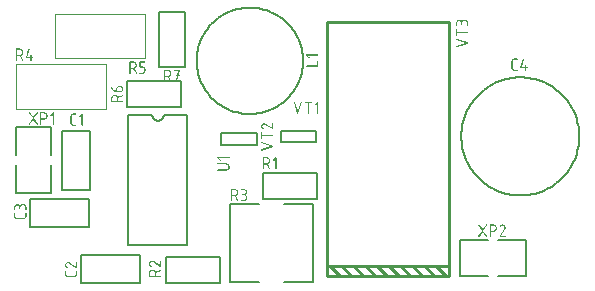
<source format=gto>
G04 Layer_Color=16777215*
%FSLAX25Y25*%
%MOIN*%
G70*
G01*
G75*
%ADD30C,0.00787*%
%ADD31C,0.00394*%
%ADD32C,0.00984*%
G36*
X45195Y78944D02*
X45231Y78922D01*
X45268Y78900D01*
X45304Y78864D01*
X45326Y78813D01*
X45333Y78740D01*
Y78732D01*
Y78711D01*
X45326Y78674D01*
X45311Y78638D01*
X45282Y78601D01*
X45246Y78565D01*
X45195Y78543D01*
X45129Y78536D01*
X43890D01*
Y77289D01*
X44553D01*
X44583Y77282D01*
X44663Y77275D01*
X44765Y77253D01*
X44874Y77216D01*
X44998Y77158D01*
X45122Y77085D01*
X45239Y76983D01*
X45253Y76968D01*
X45290Y76932D01*
X45333Y76866D01*
X45392Y76779D01*
X45450Y76669D01*
X45494Y76546D01*
X45530Y76400D01*
X45545Y76247D01*
Y75838D01*
Y75831D01*
Y75816D01*
Y75795D01*
X45537Y75765D01*
X45530Y75685D01*
X45508Y75583D01*
X45472Y75467D01*
X45414Y75350D01*
X45341Y75219D01*
X45239Y75102D01*
X45224Y75087D01*
X45188Y75058D01*
X45122Y75007D01*
X45035Y74956D01*
X44925Y74898D01*
X44801Y74847D01*
X44663Y74818D01*
X44510Y74803D01*
X43649D01*
X43613Y74818D01*
X43576Y74832D01*
X43540Y74854D01*
X43504Y74891D01*
X43482Y74942D01*
X43474Y75007D01*
Y75015D01*
Y75044D01*
X43489Y75073D01*
X43504Y75117D01*
X43525Y75153D01*
X43562Y75190D01*
X43613Y75211D01*
X43679Y75219D01*
X44546D01*
X44597Y75226D01*
X44655Y75240D01*
X44728Y75262D01*
X44801Y75292D01*
X44874Y75335D01*
X44947Y75394D01*
X44954Y75401D01*
X44976Y75430D01*
X45005Y75467D01*
X45042Y75518D01*
X45071Y75583D01*
X45100Y75656D01*
X45122Y75744D01*
X45129Y75838D01*
Y76247D01*
Y76261D01*
Y76290D01*
X45122Y76341D01*
X45107Y76400D01*
X45085Y76473D01*
X45049Y76546D01*
X45005Y76618D01*
X44947Y76691D01*
X44940Y76698D01*
X44918Y76720D01*
X44874Y76750D01*
X44823Y76786D01*
X44758Y76815D01*
X44685Y76844D01*
X44597Y76866D01*
X44502Y76873D01*
X43649D01*
X43613Y76888D01*
X43576Y76903D01*
X43540Y76925D01*
X43504Y76961D01*
X43482Y77012D01*
X43474Y77078D01*
Y78740D01*
Y78747D01*
Y78776D01*
X43489Y78805D01*
X43504Y78849D01*
X43525Y78886D01*
X43562Y78922D01*
X43613Y78944D01*
X43679Y78951D01*
X45158D01*
X45195Y78944D01*
D02*
G37*
G36*
X4943Y31343D02*
X5023Y31335D01*
X5125Y31313D01*
X5242Y31277D01*
X5359Y31218D01*
X5490Y31146D01*
X5607Y31044D01*
X5621Y31029D01*
X5650Y30992D01*
X5701Y30927D01*
X5752Y30839D01*
X5811Y30730D01*
X5862Y30606D01*
X5891Y30460D01*
X5906Y30307D01*
Y29484D01*
Y29476D01*
Y29454D01*
X5891Y29418D01*
X5876Y29381D01*
X5855Y29338D01*
X5818Y29309D01*
X5767Y29279D01*
X5701Y29272D01*
X5665D01*
X5636Y29287D01*
X5592Y29301D01*
X5556Y29323D01*
X5519Y29360D01*
X5497Y29411D01*
X5490Y29484D01*
Y30307D01*
Y30322D01*
Y30351D01*
X5483Y30402D01*
X5468Y30460D01*
X5446Y30533D01*
X5417Y30606D01*
X5373Y30679D01*
X5315Y30752D01*
X5308Y30759D01*
X5279Y30781D01*
X5242Y30810D01*
X5191Y30847D01*
X5125Y30876D01*
X5053Y30905D01*
X4965Y30927D01*
X4870Y30934D01*
X4418D01*
X4367Y30927D01*
X4309Y30912D01*
X4236Y30891D01*
X4163Y30854D01*
X4090Y30810D01*
X4017Y30752D01*
X4010Y30745D01*
X3988Y30723D01*
X3959Y30679D01*
X3923Y30628D01*
X3893Y30562D01*
X3864Y30490D01*
X3842Y30402D01*
X3835Y30307D01*
Y29892D01*
Y29884D01*
Y29863D01*
X3821Y29826D01*
X3806Y29790D01*
X3784Y29753D01*
X3748Y29717D01*
X3697Y29695D01*
X3631Y29688D01*
X3595D01*
X3565Y29702D01*
X3522Y29717D01*
X3485Y29739D01*
X3449Y29775D01*
X3427Y29826D01*
X3420Y29892D01*
Y30307D01*
Y30322D01*
Y30351D01*
X3412Y30402D01*
X3398Y30460D01*
X3376Y30533D01*
X3347Y30606D01*
X3303Y30679D01*
X3245Y30752D01*
X3237Y30759D01*
X3208Y30781D01*
X3172Y30810D01*
X3121Y30847D01*
X3055Y30876D01*
X2982Y30905D01*
X2895Y30927D01*
X2800Y30934D01*
X2756D01*
X2712Y30927D01*
X2647Y30912D01*
X2581Y30891D01*
X2508Y30854D01*
X2435Y30810D01*
X2363Y30752D01*
X2355Y30745D01*
X2333Y30723D01*
X2304Y30679D01*
X2268Y30628D01*
X2231Y30562D01*
X2202Y30490D01*
X2180Y30402D01*
X2173Y30307D01*
Y29484D01*
Y29476D01*
Y29454D01*
X2158Y29418D01*
X2144Y29381D01*
X2122Y29338D01*
X2086Y29309D01*
X2035Y29279D01*
X1969Y29272D01*
X1932D01*
X1903Y29287D01*
X1860Y29301D01*
X1823Y29323D01*
X1787Y29360D01*
X1765Y29411D01*
X1757Y29484D01*
Y30307D01*
Y30315D01*
Y30329D01*
Y30351D01*
X1765Y30380D01*
X1772Y30460D01*
X1794Y30562D01*
X1830Y30679D01*
X1889Y30803D01*
X1962Y30927D01*
X2064Y31044D01*
X2078Y31058D01*
X2115Y31095D01*
X2180Y31138D01*
X2268Y31197D01*
X2377Y31255D01*
X2501Y31299D01*
X2647Y31335D01*
X2800Y31350D01*
X2851D01*
X2887Y31343D01*
X2931Y31335D01*
X2982Y31328D01*
X3099Y31299D01*
X3230Y31248D01*
X3296Y31218D01*
X3369Y31175D01*
X3434Y31124D01*
X3507Y31073D01*
X3573Y31007D01*
X3631Y30934D01*
Y30942D01*
X3646Y30949D01*
X3660Y30971D01*
X3689Y31000D01*
X3755Y31065D01*
X3850Y31146D01*
X3974Y31218D01*
X4112Y31284D01*
X4192Y31313D01*
X4280Y31335D01*
X4367Y31343D01*
X4462Y31350D01*
X4914D01*
X4943Y31343D01*
D02*
G37*
G36*
X41484Y78944D02*
X41528D01*
X41579Y78929D01*
X41703Y78907D01*
X41842Y78864D01*
X41987Y78798D01*
X42060Y78754D01*
X42133Y78711D01*
X42206Y78652D01*
X42279Y78587D01*
X42286Y78579D01*
X42294Y78572D01*
X42315Y78550D01*
X42337Y78521D01*
X42366Y78485D01*
X42395Y78441D01*
X42461Y78339D01*
X42527Y78215D01*
X42585Y78062D01*
X42629Y77894D01*
X42636Y77799D01*
X42643Y77705D01*
Y77697D01*
Y77668D01*
X42636Y77624D01*
X42629Y77566D01*
X42621Y77493D01*
X42607Y77420D01*
X42578Y77333D01*
X42549Y77238D01*
X42512Y77143D01*
X42461Y77041D01*
X42403Y76946D01*
X42330Y76852D01*
X42242Y76764D01*
X42140Y76684D01*
X42024Y76611D01*
X41892Y76546D01*
X42621Y75102D01*
X42629Y75095D01*
X42636Y75073D01*
X42643Y75044D01*
Y75007D01*
Y74993D01*
X42636Y74956D01*
X42614Y74913D01*
X42578Y74862D01*
X42563Y74854D01*
X42534Y74832D01*
X42490Y74810D01*
X42432Y74803D01*
X42410D01*
X42388Y74810D01*
X42359Y74818D01*
X42330Y74832D01*
X42301Y74847D01*
X42272Y74876D01*
X42250Y74913D01*
X41477Y76458D01*
X40573D01*
Y75007D01*
Y75000D01*
Y74978D01*
X40566Y74942D01*
X40544Y74905D01*
X40522Y74869D01*
X40486Y74832D01*
X40435Y74810D01*
X40362Y74803D01*
X40332D01*
X40296Y74818D01*
X40260Y74832D01*
X40223Y74854D01*
X40187Y74891D01*
X40165Y74942D01*
X40157Y75007D01*
Y78740D01*
Y78747D01*
Y78776D01*
X40172Y78805D01*
X40187Y78849D01*
X40209Y78886D01*
X40245Y78922D01*
X40296Y78944D01*
X40362Y78951D01*
X41448D01*
X41484Y78944D01*
D02*
G37*
G36*
X6780Y83267D02*
X6816Y83245D01*
X6853Y83224D01*
X6889Y83187D01*
X6911Y83136D01*
X6918Y83063D01*
Y83056D01*
Y83049D01*
X6911Y83005D01*
X6153Y80380D01*
X7130D01*
Y81000D01*
Y81007D01*
Y81029D01*
X7144Y81066D01*
X7159Y81102D01*
X7181Y81139D01*
X7217Y81175D01*
X7268Y81197D01*
X7334Y81204D01*
X7370D01*
X7400Y81197D01*
X7443Y81182D01*
X7480Y81153D01*
X7516Y81117D01*
X7538Y81066D01*
X7545Y81000D01*
Y80380D01*
X7990D01*
X8019Y80373D01*
X8063Y80351D01*
X8099Y80329D01*
X8136Y80293D01*
X8158Y80242D01*
X8165Y80169D01*
Y80162D01*
Y80140D01*
X8158Y80103D01*
X8136Y80067D01*
X8114Y80031D01*
X8078Y79994D01*
X8027Y79972D01*
X7954Y79965D01*
X7545D01*
Y79338D01*
Y79331D01*
Y79309D01*
X7538Y79272D01*
X7516Y79236D01*
X7494Y79199D01*
X7458Y79163D01*
X7407Y79141D01*
X7334Y79134D01*
X7305D01*
X7268Y79148D01*
X7232Y79163D01*
X7196Y79185D01*
X7159Y79221D01*
X7137Y79272D01*
X7130Y79338D01*
Y79965D01*
X5854D01*
X5818Y79979D01*
X5781Y79994D01*
X5745Y80016D01*
X5708Y80052D01*
X5686Y80103D01*
X5679Y80169D01*
Y80176D01*
Y80191D01*
Y80227D01*
X6510Y83122D01*
Y83129D01*
X6517Y83143D01*
X6532Y83173D01*
X6554Y83202D01*
X6583Y83224D01*
X6612Y83253D01*
X6663Y83267D01*
X6714Y83275D01*
X6743D01*
X6780Y83267D01*
D02*
G37*
G36*
X169444Y79928D02*
X169488Y79906D01*
X169524Y79884D01*
X169561Y79848D01*
X169583Y79797D01*
X169590Y79724D01*
Y79717D01*
Y79695D01*
X169583Y79658D01*
X169561Y79622D01*
X169539Y79585D01*
X169503Y79549D01*
X169451Y79527D01*
X169379Y79520D01*
X168511D01*
X168460Y79513D01*
X168402Y79498D01*
X168329Y79476D01*
X168256Y79440D01*
X168183Y79396D01*
X168110Y79338D01*
X168103Y79330D01*
X168081Y79308D01*
X168052Y79265D01*
X168023Y79214D01*
X167993Y79148D01*
X167964Y79075D01*
X167943Y78988D01*
X167935Y78893D01*
Y76823D01*
Y76808D01*
Y76779D01*
X167943Y76728D01*
X167957Y76670D01*
X167979Y76597D01*
X168008Y76524D01*
X168052Y76451D01*
X168110Y76378D01*
X168117Y76371D01*
X168147Y76349D01*
X168183Y76320D01*
X168234Y76290D01*
X168300Y76261D01*
X168373Y76232D01*
X168460Y76210D01*
X168555Y76203D01*
X169415D01*
X169444Y76196D01*
X169488Y76174D01*
X169524Y76152D01*
X169561Y76116D01*
X169583Y76064D01*
X169590Y75991D01*
Y75984D01*
Y75962D01*
X169583Y75926D01*
X169561Y75889D01*
X169539Y75853D01*
X169503Y75817D01*
X169451Y75795D01*
X169379Y75787D01*
X168511D01*
X168482Y75795D01*
X168402Y75802D01*
X168300Y75824D01*
X168183Y75860D01*
X168066Y75911D01*
X167935Y75984D01*
X167819Y76086D01*
X167804Y76101D01*
X167775Y76145D01*
X167724Y76203D01*
X167673Y76290D01*
X167614Y76400D01*
X167563Y76524D01*
X167534Y76670D01*
X167520Y76823D01*
Y78893D01*
Y78900D01*
Y78915D01*
Y78937D01*
X167527Y78966D01*
X167534Y79046D01*
X167556Y79148D01*
X167593Y79265D01*
X167644Y79389D01*
X167717Y79513D01*
X167819Y79629D01*
X167833Y79644D01*
X167877Y79680D01*
X167935Y79724D01*
X168023Y79782D01*
X168132Y79841D01*
X168256Y79884D01*
X168402Y79921D01*
X168555Y79935D01*
X169415D01*
X169444Y79928D01*
D02*
G37*
G36*
X37227Y70734D02*
X37307Y70727D01*
X37409Y70705D01*
X37526Y70669D01*
X37650Y70610D01*
X37773Y70538D01*
X37890Y70436D01*
X37905Y70421D01*
X37934Y70384D01*
X37985Y70319D01*
X38036Y70231D01*
X38094Y70122D01*
X38145Y69998D01*
X38174Y69860D01*
X38189Y69706D01*
Y69699D01*
Y69685D01*
Y69663D01*
X38182Y69634D01*
X38174Y69553D01*
X38153Y69451D01*
X38116Y69335D01*
X38065Y69211D01*
X37992Y69087D01*
X37890Y68970D01*
X37876Y68956D01*
X37839Y68926D01*
X37773Y68875D01*
X37686Y68824D01*
X37584Y68766D01*
X37453Y68715D01*
X37314Y68686D01*
X37161Y68671D01*
X35849D01*
X35798Y68679D01*
X35732Y68686D01*
X35667Y68693D01*
X35587Y68708D01*
X35499Y68730D01*
X35309Y68788D01*
X35207Y68824D01*
X35098Y68868D01*
X34996Y68919D01*
X34887Y68985D01*
X34785Y69058D01*
X34683Y69138D01*
X34675Y69145D01*
X34668Y69152D01*
X34646Y69174D01*
X34617Y69203D01*
X34544Y69276D01*
X34457Y69371D01*
X34362Y69488D01*
X34267Y69619D01*
X34172Y69765D01*
X34099Y69925D01*
Y69932D01*
X34092Y69947D01*
X34085Y69969D01*
X34070Y69998D01*
X34056Y70056D01*
X34048Y70115D01*
Y70122D01*
Y70151D01*
X34056Y70180D01*
X34077Y70224D01*
X34099Y70261D01*
X34136Y70297D01*
X34187Y70319D01*
X34260Y70326D01*
X34282D01*
X34311Y70319D01*
X34340Y70311D01*
X34369Y70297D01*
X34398Y70282D01*
X34420Y70253D01*
X34435Y70217D01*
Y70209D01*
X34442Y70195D01*
X34449Y70173D01*
X34457Y70137D01*
X34478Y70100D01*
X34493Y70056D01*
X34544Y69947D01*
X34624Y69816D01*
X34719Y69685D01*
X34836Y69546D01*
X34909Y69481D01*
X34989Y69415D01*
X34996D01*
X35003Y69400D01*
X35047Y69371D01*
X35120Y69327D01*
X35207Y69276D01*
X35317Y69218D01*
X35433Y69167D01*
X35565Y69131D01*
X35703Y69101D01*
Y69706D01*
Y69714D01*
Y69728D01*
Y69750D01*
X35710Y69779D01*
X35718Y69860D01*
X35739Y69962D01*
X35776Y70078D01*
X35834Y70202D01*
X35907Y70326D01*
X36009Y70443D01*
X36024Y70457D01*
X36060Y70486D01*
X36126Y70538D01*
X36213Y70596D01*
X36323Y70647D01*
X36447Y70698D01*
X36585Y70727D01*
X36746Y70742D01*
X37198D01*
X37227Y70734D01*
D02*
G37*
G36*
X52902Y76188D02*
X52945D01*
X52996Y76173D01*
X53120Y76152D01*
X53259Y76108D01*
X53405Y76042D01*
X53478Y75998D01*
X53550Y75955D01*
X53623Y75896D01*
X53696Y75831D01*
X53703Y75823D01*
X53711Y75816D01*
X53733Y75794D01*
X53755Y75765D01*
X53784Y75729D01*
X53813Y75685D01*
X53878Y75583D01*
X53944Y75459D01*
X54002Y75306D01*
X54046Y75138D01*
X54053Y75043D01*
X54061Y74949D01*
Y74941D01*
Y74912D01*
X54053Y74869D01*
X54046Y74810D01*
X54039Y74737D01*
X54024Y74664D01*
X53995Y74577D01*
X53966Y74482D01*
X53930Y74387D01*
X53878Y74285D01*
X53820Y74190D01*
X53747Y74096D01*
X53660Y74008D01*
X53558Y73928D01*
X53441Y73855D01*
X53310Y73790D01*
X54039Y72346D01*
X54046Y72339D01*
X54053Y72317D01*
X54061Y72288D01*
Y72251D01*
Y72237D01*
X54053Y72200D01*
X54031Y72157D01*
X53995Y72106D01*
X53980Y72098D01*
X53951Y72076D01*
X53908Y72054D01*
X53849Y72047D01*
X53827D01*
X53806Y72054D01*
X53776Y72062D01*
X53747Y72076D01*
X53718Y72091D01*
X53689Y72120D01*
X53667Y72157D01*
X52894Y73702D01*
X51990D01*
Y72251D01*
Y72244D01*
Y72222D01*
X51983Y72186D01*
X51961Y72149D01*
X51939Y72113D01*
X51903Y72076D01*
X51852Y72054D01*
X51779Y72047D01*
X51750D01*
X51713Y72062D01*
X51677Y72076D01*
X51640Y72098D01*
X51604Y72135D01*
X51582Y72186D01*
X51575Y72251D01*
Y75984D01*
Y75991D01*
Y76020D01*
X51589Y76050D01*
X51604Y76093D01*
X51626Y76130D01*
X51662Y76166D01*
X51713Y76188D01*
X51779Y76195D01*
X52865D01*
X52902Y76188D01*
D02*
G37*
G36*
X22696Y12051D02*
X22733Y12029D01*
X22769Y12007D01*
X22806Y11971D01*
X22827Y11920D01*
X22835Y11847D01*
Y10192D01*
Y10185D01*
Y10163D01*
X22820Y10126D01*
X22806Y10090D01*
X22784Y10046D01*
X22747Y10017D01*
X22696Y9988D01*
X22630Y9981D01*
X22616D01*
X22594Y9988D01*
X22550Y9995D01*
X22514Y10017D01*
X20072Y11541D01*
X20064Y11548D01*
X20043Y11555D01*
X20006Y11570D01*
X19962Y11592D01*
X19911Y11614D01*
X19853Y11628D01*
X19795Y11636D01*
X19729Y11643D01*
X19685D01*
X19634Y11636D01*
X19576Y11621D01*
X19503Y11599D01*
X19430Y11563D01*
X19357Y11519D01*
X19284Y11461D01*
X19277Y11453D01*
X19255Y11431D01*
X19226Y11388D01*
X19190Y11337D01*
X19161Y11271D01*
X19131Y11198D01*
X19109Y11111D01*
X19102Y11016D01*
Y11009D01*
Y11001D01*
X19109Y10958D01*
X19131Y10892D01*
X19168Y10804D01*
X19197Y10753D01*
X19233Y10702D01*
X19270Y10651D01*
X19321Y10593D01*
X19387Y10535D01*
X19452Y10484D01*
X19532Y10425D01*
X19627Y10367D01*
X19634D01*
X19642Y10360D01*
X19678Y10323D01*
X19715Y10272D01*
X19722Y10236D01*
X19729Y10192D01*
Y10185D01*
Y10163D01*
X19715Y10126D01*
X19700Y10090D01*
X19678Y10046D01*
X19642Y10017D01*
X19591Y9988D01*
X19518Y9981D01*
X19489D01*
X19467Y9988D01*
X19437Y10003D01*
X19430Y10010D01*
X19408Y10017D01*
X19365Y10039D01*
X19321Y10075D01*
X19263Y10112D01*
X19197Y10156D01*
X19131Y10214D01*
X19058Y10272D01*
X18993Y10345D01*
X18927Y10418D01*
X18862Y10506D01*
X18803Y10593D01*
X18752Y10688D01*
X18716Y10790D01*
X18694Y10899D01*
X18687Y11016D01*
Y11023D01*
Y11038D01*
Y11060D01*
X18694Y11089D01*
X18701Y11169D01*
X18723Y11271D01*
X18759Y11388D01*
X18818Y11512D01*
X18891Y11636D01*
X18993Y11752D01*
X19007Y11767D01*
X19044Y11803D01*
X19109Y11847D01*
X19197Y11905D01*
X19306Y11964D01*
X19430Y12007D01*
X19576Y12044D01*
X19729Y12058D01*
X19780D01*
X19839Y12051D01*
X19911Y12037D01*
X20006Y12015D01*
X20101Y11978D01*
X20210Y11935D01*
X20327Y11869D01*
X22419Y10564D01*
Y11847D01*
Y11854D01*
Y11883D01*
X22426Y11913D01*
X22448Y11956D01*
X22470Y11993D01*
X22507Y12029D01*
X22558Y12051D01*
X22630Y12058D01*
X22660D01*
X22696Y12051D01*
D02*
G37*
G36*
X5767Y28441D02*
X5803Y28419D01*
X5840Y28397D01*
X5876Y28361D01*
X5898Y28310D01*
X5906Y28237D01*
Y27413D01*
Y27406D01*
Y27391D01*
Y27369D01*
X5898Y27340D01*
X5891Y27260D01*
X5869Y27158D01*
X5833Y27041D01*
X5782Y26925D01*
X5709Y26794D01*
X5607Y26677D01*
X5592Y26662D01*
X5548Y26633D01*
X5490Y26582D01*
X5403Y26531D01*
X5293Y26473D01*
X5169Y26422D01*
X5023Y26392D01*
X4870Y26378D01*
X2756D01*
X2727Y26385D01*
X2647Y26392D01*
X2545Y26414D01*
X2428Y26451D01*
X2304Y26502D01*
X2180Y26575D01*
X2064Y26677D01*
X2049Y26691D01*
X2013Y26735D01*
X1969Y26794D01*
X1911Y26881D01*
X1852Y26990D01*
X1808Y27114D01*
X1772Y27260D01*
X1757Y27413D01*
Y28237D01*
Y28244D01*
Y28273D01*
X1765Y28302D01*
X1787Y28346D01*
X1808Y28383D01*
X1845Y28419D01*
X1896Y28441D01*
X1969Y28448D01*
X1998D01*
X2035Y28441D01*
X2071Y28419D01*
X2107Y28397D01*
X2144Y28361D01*
X2166Y28310D01*
X2173Y28237D01*
Y27413D01*
Y27399D01*
Y27369D01*
X2180Y27318D01*
X2195Y27260D01*
X2217Y27187D01*
X2253Y27114D01*
X2297Y27041D01*
X2355Y26969D01*
X2363Y26961D01*
X2384Y26939D01*
X2428Y26910D01*
X2479Y26881D01*
X2545Y26852D01*
X2618Y26823D01*
X2705Y26801D01*
X2800Y26794D01*
X4914D01*
X4965Y26801D01*
X5023Y26815D01*
X5096Y26837D01*
X5169Y26866D01*
X5242Y26910D01*
X5315Y26969D01*
X5322Y26976D01*
X5344Y27005D01*
X5373Y27041D01*
X5403Y27092D01*
X5432Y27158D01*
X5461Y27231D01*
X5483Y27318D01*
X5490Y27413D01*
Y28237D01*
Y28244D01*
Y28273D01*
X5497Y28302D01*
X5519Y28346D01*
X5541Y28383D01*
X5578Y28419D01*
X5629Y28441D01*
X5701Y28448D01*
X5731D01*
X5767Y28441D01*
D02*
G37*
G36*
X38036Y67833D02*
X38080Y67811D01*
X38131Y67775D01*
X38138Y67760D01*
X38160Y67731D01*
X38182Y67687D01*
X38189Y67629D01*
Y67621D01*
Y67607D01*
X38182Y67585D01*
X38174Y67556D01*
X38160Y67527D01*
X38145Y67498D01*
X38116Y67468D01*
X38080Y67447D01*
X36534Y66674D01*
Y66667D01*
Y66652D01*
Y66630D01*
Y66594D01*
Y65770D01*
X38014D01*
X38050Y65763D01*
X38087Y65741D01*
X38123Y65719D01*
X38160Y65682D01*
X38182Y65631D01*
X38189Y65558D01*
Y65551D01*
Y65529D01*
X38174Y65493D01*
X38160Y65456D01*
X38138Y65420D01*
X38102Y65383D01*
X38050Y65362D01*
X37985Y65354D01*
X34216D01*
X34187Y65369D01*
X34143Y65383D01*
X34107Y65405D01*
X34070Y65442D01*
X34048Y65493D01*
X34041Y65558D01*
Y66594D01*
Y66601D01*
Y66615D01*
Y66645D01*
X34048Y66681D01*
Y66725D01*
X34063Y66776D01*
X34085Y66900D01*
X34128Y67038D01*
X34194Y67184D01*
X34238Y67257D01*
X34282Y67330D01*
X34340Y67403D01*
X34405Y67476D01*
X34413Y67483D01*
X34420Y67490D01*
X34442Y67512D01*
X34471Y67534D01*
X34508Y67563D01*
X34551Y67592D01*
X34653Y67658D01*
X34777Y67724D01*
X34930Y67782D01*
X35098Y67826D01*
X35193Y67833D01*
X35288Y67840D01*
X35324D01*
X35368Y67833D01*
X35426Y67826D01*
X35499Y67818D01*
X35572Y67804D01*
X35659Y67775D01*
X35754Y67746D01*
X35849Y67709D01*
X35951Y67658D01*
X36046Y67600D01*
X36140Y67527D01*
X36228Y67439D01*
X36308Y67337D01*
X36381Y67221D01*
X36447Y67089D01*
X37890Y67818D01*
X37897Y67826D01*
X37919Y67833D01*
X37948Y67840D01*
X37999D01*
X38036Y67833D01*
D02*
G37*
G36*
X103011Y79228D02*
X103048Y79207D01*
X103084Y79185D01*
X103121Y79148D01*
X103142Y79097D01*
X103150Y79024D01*
Y77369D01*
Y77362D01*
Y77340D01*
X103135Y77304D01*
X103121Y77267D01*
X103099Y77231D01*
X103062Y77194D01*
X103011Y77173D01*
X102945Y77165D01*
X99184D01*
X99155Y77180D01*
X99111Y77194D01*
X99075Y77216D01*
X99038Y77253D01*
X99016Y77304D01*
X99009Y77369D01*
Y77377D01*
Y77406D01*
X99016Y77435D01*
X99038Y77479D01*
X99060Y77515D01*
X99096Y77552D01*
X99147Y77574D01*
X99220Y77581D01*
X102734D01*
Y79024D01*
Y79032D01*
Y79061D01*
X102741Y79090D01*
X102763Y79134D01*
X102785Y79170D01*
X102822Y79207D01*
X102873Y79228D01*
X102945Y79236D01*
X102975D01*
X103011Y79228D01*
D02*
G37*
G36*
X50634Y9565D02*
X50678Y9543D01*
X50729Y9507D01*
X50736Y9492D01*
X50758Y9463D01*
X50780Y9419D01*
X50787Y9361D01*
Y9354D01*
Y9339D01*
X50780Y9317D01*
X50773Y9288D01*
X50758Y9259D01*
X50744Y9230D01*
X50714Y9201D01*
X50678Y9179D01*
X49133Y8406D01*
Y8399D01*
Y8384D01*
Y8362D01*
Y8326D01*
Y7502D01*
X50612D01*
X50649Y7495D01*
X50685Y7473D01*
X50722Y7451D01*
X50758Y7415D01*
X50780Y7364D01*
X50787Y7291D01*
Y7283D01*
Y7262D01*
X50773Y7225D01*
X50758Y7189D01*
X50736Y7152D01*
X50700Y7116D01*
X50649Y7094D01*
X50583Y7087D01*
X46814D01*
X46785Y7101D01*
X46741Y7116D01*
X46705Y7138D01*
X46668Y7174D01*
X46647Y7225D01*
X46639Y7291D01*
Y8326D01*
Y8333D01*
Y8348D01*
Y8377D01*
X46647Y8413D01*
Y8457D01*
X46661Y8508D01*
X46683Y8632D01*
X46727Y8771D01*
X46793Y8916D01*
X46836Y8989D01*
X46880Y9062D01*
X46938Y9135D01*
X47004Y9208D01*
X47011Y9215D01*
X47019Y9223D01*
X47040Y9245D01*
X47069Y9266D01*
X47106Y9296D01*
X47150Y9325D01*
X47252Y9390D01*
X47376Y9456D01*
X47529Y9514D01*
X47696Y9558D01*
X47791Y9565D01*
X47886Y9572D01*
X47922D01*
X47966Y9565D01*
X48024Y9558D01*
X48097Y9551D01*
X48170Y9536D01*
X48258Y9507D01*
X48353Y9478D01*
X48447Y9441D01*
X48549Y9390D01*
X48644Y9332D01*
X48739Y9259D01*
X48826Y9172D01*
X48907Y9070D01*
X48979Y8953D01*
X49045Y8822D01*
X50489Y9551D01*
X50496Y9558D01*
X50518Y9565D01*
X50547Y9572D01*
X50598D01*
X50634Y9565D01*
D02*
G37*
G36*
X103011Y81299D02*
X103048Y81277D01*
X103084Y81255D01*
X103121Y81219D01*
X103142Y81168D01*
X103150Y81095D01*
Y81087D01*
Y81065D01*
X103135Y81029D01*
X103121Y80993D01*
X103099Y80956D01*
X103062Y80920D01*
X103011Y80898D01*
X102945Y80891D01*
X99716D01*
X100197Y80409D01*
X100204Y80402D01*
X100226Y80373D01*
X100248Y80322D01*
X100256Y80264D01*
Y80256D01*
Y80234D01*
X100241Y80198D01*
X100226Y80161D01*
X100204Y80125D01*
X100168Y80089D01*
X100117Y80067D01*
X100051Y80059D01*
X100037D01*
X100000Y80067D01*
X99949Y80081D01*
X99906Y80118D01*
X99096Y80927D01*
X99089Y80934D01*
X99082Y80942D01*
X99053Y80978D01*
X99023Y81029D01*
X99009Y81065D01*
Y81095D01*
Y81102D01*
Y81131D01*
X99016Y81160D01*
X99038Y81204D01*
X99060Y81240D01*
X99096Y81277D01*
X99147Y81299D01*
X99220Y81306D01*
X102975D01*
X103011Y81299D01*
D02*
G37*
G36*
X85972Y47054D02*
X86016D01*
X86067Y47039D01*
X86191Y47018D01*
X86330Y46974D01*
X86475Y46908D01*
X86548Y46865D01*
X86621Y46821D01*
X86694Y46762D01*
X86767Y46697D01*
X86774Y46690D01*
X86782Y46682D01*
X86804Y46660D01*
X86825Y46631D01*
X86854Y46595D01*
X86884Y46551D01*
X86949Y46449D01*
X87015Y46325D01*
X87073Y46172D01*
X87117Y46004D01*
X87124Y45910D01*
X87132Y45815D01*
Y45807D01*
Y45778D01*
X87124Y45735D01*
X87117Y45676D01*
X87110Y45603D01*
X87095Y45531D01*
X87066Y45443D01*
X87037Y45348D01*
X87000Y45254D01*
X86949Y45151D01*
X86891Y45057D01*
X86818Y44962D01*
X86731Y44874D01*
X86629Y44794D01*
X86512Y44721D01*
X86381Y44656D01*
X87110Y43212D01*
X87117Y43205D01*
X87124Y43183D01*
X87132Y43154D01*
Y43117D01*
Y43103D01*
X87124Y43066D01*
X87102Y43023D01*
X87066Y42972D01*
X87051Y42964D01*
X87022Y42943D01*
X86979Y42921D01*
X86920Y42913D01*
X86898D01*
X86876Y42921D01*
X86847Y42928D01*
X86818Y42943D01*
X86789Y42957D01*
X86760Y42986D01*
X86738Y43023D01*
X85965Y44568D01*
X85061D01*
Y43117D01*
Y43110D01*
Y43088D01*
X85054Y43052D01*
X85032Y43015D01*
X85010Y42979D01*
X84974Y42943D01*
X84923Y42921D01*
X84850Y42913D01*
X84821D01*
X84784Y42928D01*
X84748Y42943D01*
X84711Y42964D01*
X84675Y43001D01*
X84653Y43052D01*
X84646Y43117D01*
Y46850D01*
Y46857D01*
Y46886D01*
X84660Y46916D01*
X84675Y46959D01*
X84697Y46996D01*
X84733Y47032D01*
X84784Y47054D01*
X84850Y47061D01*
X85936D01*
X85972Y47054D01*
D02*
G37*
G36*
X89056Y47047D02*
X89100Y47025D01*
X89136Y47003D01*
X89173Y46967D01*
X89195Y46916D01*
X89202Y46843D01*
Y43117D01*
Y43110D01*
Y43088D01*
X89195Y43052D01*
X89173Y43015D01*
X89151Y42979D01*
X89114Y42943D01*
X89063Y42921D01*
X88990Y42913D01*
X88961D01*
X88925Y42928D01*
X88889Y42943D01*
X88852Y42964D01*
X88815Y43001D01*
X88794Y43052D01*
X88786Y43117D01*
Y46347D01*
X88305Y45866D01*
X88298Y45859D01*
X88269Y45837D01*
X88218Y45815D01*
X88160Y45807D01*
X88130D01*
X88094Y45822D01*
X88057Y45837D01*
X88021Y45859D01*
X87985Y45895D01*
X87963Y45946D01*
X87955Y46012D01*
Y46019D01*
Y46026D01*
X87963Y46063D01*
X87977Y46114D01*
X88014Y46157D01*
X88823Y46967D01*
X88830Y46974D01*
X88837Y46981D01*
X88874Y47010D01*
X88925Y47039D01*
X88961Y47054D01*
X89027D01*
X89056Y47047D01*
D02*
G37*
G36*
X171522Y79921D02*
X171558Y79899D01*
X171595Y79877D01*
X171631Y79841D01*
X171653Y79790D01*
X171660Y79717D01*
Y79709D01*
Y79702D01*
X171653Y79658D01*
X170895Y77034D01*
X171872D01*
Y77654D01*
Y77661D01*
Y77683D01*
X171886Y77719D01*
X171901Y77756D01*
X171923Y77792D01*
X171959Y77829D01*
X172010Y77851D01*
X172076Y77858D01*
X172112D01*
X172142Y77851D01*
X172185Y77836D01*
X172222Y77807D01*
X172258Y77770D01*
X172280Y77719D01*
X172287Y77654D01*
Y77034D01*
X172732D01*
X172761Y77027D01*
X172805Y77005D01*
X172841Y76983D01*
X172878Y76947D01*
X172900Y76895D01*
X172907Y76823D01*
Y76815D01*
Y76793D01*
X172900Y76757D01*
X172878Y76720D01*
X172856Y76684D01*
X172819Y76648D01*
X172768Y76626D01*
X172696Y76618D01*
X172287D01*
Y75991D01*
Y75984D01*
Y75962D01*
X172280Y75926D01*
X172258Y75889D01*
X172236Y75853D01*
X172200Y75817D01*
X172149Y75795D01*
X172076Y75787D01*
X172047D01*
X172010Y75802D01*
X171974Y75817D01*
X171937Y75838D01*
X171901Y75875D01*
X171879Y75926D01*
X171872Y75991D01*
Y76618D01*
X170596D01*
X170560Y76633D01*
X170523Y76648D01*
X170487Y76670D01*
X170450Y76706D01*
X170428Y76757D01*
X170421Y76823D01*
Y76830D01*
Y76845D01*
Y76881D01*
X171252Y79775D01*
Y79782D01*
X171259Y79797D01*
X171274Y79826D01*
X171296Y79855D01*
X171325Y79877D01*
X171354Y79906D01*
X171405Y79921D01*
X171456Y79928D01*
X171485D01*
X171522Y79921D01*
D02*
G37*
G36*
X3689Y83275D02*
X3733D01*
X3784Y83260D01*
X3908Y83238D01*
X4046Y83194D01*
X4192Y83129D01*
X4265Y83085D01*
X4338Y83041D01*
X4411Y82983D01*
X4484Y82917D01*
X4491Y82910D01*
X4498Y82903D01*
X4520Y82881D01*
X4542Y82852D01*
X4571Y82815D01*
X4600Y82772D01*
X4666Y82670D01*
X4732Y82546D01*
X4790Y82393D01*
X4834Y82225D01*
X4841Y82130D01*
X4848Y82035D01*
Y82028D01*
Y81999D01*
X4841Y81955D01*
X4834Y81897D01*
X4826Y81824D01*
X4812Y81751D01*
X4783Y81664D01*
X4753Y81569D01*
X4717Y81474D01*
X4666Y81372D01*
X4608Y81277D01*
X4535Y81182D01*
X4447Y81095D01*
X4345Y81015D01*
X4228Y80942D01*
X4097Y80876D01*
X4826Y79433D01*
X4834Y79426D01*
X4841Y79404D01*
X4848Y79374D01*
Y79338D01*
Y79323D01*
X4841Y79287D01*
X4819Y79243D01*
X4783Y79192D01*
X4768Y79185D01*
X4739Y79163D01*
X4695Y79141D01*
X4637Y79134D01*
X4615D01*
X4593Y79141D01*
X4564Y79148D01*
X4535Y79163D01*
X4505Y79178D01*
X4476Y79207D01*
X4454Y79243D01*
X3682Y80789D01*
X2778D01*
Y79338D01*
Y79331D01*
Y79309D01*
X2770Y79272D01*
X2749Y79236D01*
X2727Y79199D01*
X2690Y79163D01*
X2639Y79141D01*
X2566Y79134D01*
X2537D01*
X2501Y79148D01*
X2464Y79163D01*
X2428Y79185D01*
X2391Y79221D01*
X2369Y79272D01*
X2362Y79338D01*
Y83070D01*
Y83078D01*
Y83107D01*
X2377Y83136D01*
X2391Y83180D01*
X2413Y83216D01*
X2450Y83253D01*
X2501Y83275D01*
X2566Y83282D01*
X3652D01*
X3689Y83275D01*
D02*
G37*
G36*
X78434Y36424D02*
X78514Y36417D01*
X78616Y36395D01*
X78732Y36359D01*
X78856Y36300D01*
X78980Y36227D01*
X79097Y36125D01*
X79111Y36111D01*
X79148Y36074D01*
X79192Y36009D01*
X79250Y35921D01*
X79308Y35812D01*
X79352Y35688D01*
X79388Y35542D01*
X79403Y35389D01*
Y35382D01*
Y35367D01*
Y35338D01*
X79396Y35302D01*
X79388Y35258D01*
X79381Y35207D01*
X79352Y35090D01*
X79301Y34959D01*
X79272Y34893D01*
X79228Y34820D01*
X79177Y34755D01*
X79126Y34682D01*
X79060Y34616D01*
X78987Y34558D01*
X78995D01*
X79002Y34543D01*
X79024Y34529D01*
X79053Y34500D01*
X79119Y34434D01*
X79199Y34339D01*
X79272Y34215D01*
X79338Y34077D01*
X79367Y33997D01*
X79388Y33909D01*
X79396Y33822D01*
X79403Y33727D01*
Y33319D01*
Y33311D01*
Y33297D01*
Y33275D01*
X79396Y33246D01*
X79388Y33166D01*
X79367Y33064D01*
X79330Y32947D01*
X79272Y32830D01*
X79199Y32699D01*
X79097Y32582D01*
X79082Y32568D01*
X79046Y32539D01*
X78980Y32488D01*
X78893Y32436D01*
X78783Y32378D01*
X78659Y32327D01*
X78514Y32298D01*
X78361Y32283D01*
X77508D01*
X77471Y32298D01*
X77435Y32313D01*
X77391Y32335D01*
X77362Y32371D01*
X77333Y32422D01*
X77325Y32488D01*
Y32495D01*
Y32524D01*
X77340Y32553D01*
X77355Y32597D01*
X77376Y32633D01*
X77413Y32670D01*
X77464Y32692D01*
X77537Y32699D01*
X78404D01*
X78455Y32706D01*
X78514Y32721D01*
X78587Y32743D01*
X78659Y32772D01*
X78732Y32816D01*
X78805Y32874D01*
X78813Y32881D01*
X78834Y32910D01*
X78864Y32947D01*
X78900Y32998D01*
X78929Y33064D01*
X78958Y33136D01*
X78980Y33224D01*
X78987Y33319D01*
Y33727D01*
Y33742D01*
Y33771D01*
X78980Y33822D01*
X78966Y33880D01*
X78944Y33953D01*
X78907Y34026D01*
X78864Y34099D01*
X78805Y34172D01*
X78798Y34179D01*
X78776Y34201D01*
X78732Y34230D01*
X78681Y34266D01*
X78616Y34295D01*
X78543Y34325D01*
X78455Y34347D01*
X78361Y34354D01*
X77916D01*
X77879Y34368D01*
X77843Y34383D01*
X77807Y34405D01*
X77770Y34441D01*
X77748Y34492D01*
X77741Y34558D01*
Y34565D01*
Y34594D01*
X77755Y34624D01*
X77770Y34667D01*
X77792Y34704D01*
X77828Y34740D01*
X77879Y34762D01*
X77945Y34769D01*
X78404D01*
X78455Y34777D01*
X78514Y34791D01*
X78587Y34813D01*
X78659Y34842D01*
X78732Y34886D01*
X78805Y34944D01*
X78813Y34952D01*
X78834Y34981D01*
X78864Y35017D01*
X78900Y35068D01*
X78929Y35134D01*
X78958Y35207D01*
X78980Y35294D01*
X78987Y35389D01*
Y35404D01*
Y35433D01*
X78980Y35476D01*
X78966Y35542D01*
X78944Y35608D01*
X78907Y35681D01*
X78864Y35754D01*
X78805Y35826D01*
X78798Y35834D01*
X78776Y35856D01*
X78732Y35885D01*
X78681Y35921D01*
X78616Y35958D01*
X78543Y35987D01*
X78455Y36009D01*
X78361Y36016D01*
X77508D01*
X77471Y36031D01*
X77435Y36045D01*
X77391Y36067D01*
X77362Y36103D01*
X77333Y36154D01*
X77325Y36220D01*
Y36227D01*
Y36257D01*
X77340Y36286D01*
X77355Y36329D01*
X77376Y36366D01*
X77413Y36402D01*
X77464Y36424D01*
X77537Y36432D01*
X78404D01*
X78434Y36424D01*
D02*
G37*
G36*
X50649Y12467D02*
X50685Y12445D01*
X50722Y12423D01*
X50758Y12386D01*
X50780Y12335D01*
X50787Y12263D01*
Y10608D01*
Y10600D01*
Y10578D01*
X50773Y10542D01*
X50758Y10506D01*
X50736Y10462D01*
X50700Y10433D01*
X50649Y10404D01*
X50583Y10396D01*
X50569D01*
X50547Y10404D01*
X50503Y10411D01*
X50467Y10433D01*
X48024Y11956D01*
X48017Y11964D01*
X47995Y11971D01*
X47959Y11986D01*
X47915Y12007D01*
X47864Y12029D01*
X47806Y12044D01*
X47747Y12051D01*
X47682Y12058D01*
X47638D01*
X47587Y12051D01*
X47529Y12037D01*
X47456Y12015D01*
X47383Y11978D01*
X47310Y11935D01*
X47237Y11876D01*
X47230Y11869D01*
X47208Y11847D01*
X47179Y11803D01*
X47142Y11752D01*
X47113Y11687D01*
X47084Y11614D01*
X47062Y11526D01*
X47055Y11431D01*
Y11424D01*
Y11417D01*
X47062Y11373D01*
X47084Y11308D01*
X47120Y11220D01*
X47150Y11169D01*
X47186Y11118D01*
X47223Y11067D01*
X47274Y11009D01*
X47339Y10950D01*
X47405Y10899D01*
X47485Y10841D01*
X47580Y10783D01*
X47587D01*
X47594Y10775D01*
X47631Y10739D01*
X47667Y10688D01*
X47675Y10651D01*
X47682Y10608D01*
Y10600D01*
Y10578D01*
X47667Y10542D01*
X47653Y10506D01*
X47631Y10462D01*
X47594Y10433D01*
X47543Y10404D01*
X47470Y10396D01*
X47441D01*
X47419Y10404D01*
X47390Y10418D01*
X47383Y10425D01*
X47361Y10433D01*
X47317Y10455D01*
X47274Y10491D01*
X47215Y10527D01*
X47150Y10571D01*
X47084Y10630D01*
X47011Y10688D01*
X46946Y10761D01*
X46880Y10834D01*
X46814Y10921D01*
X46756Y11009D01*
X46705Y11103D01*
X46668Y11206D01*
X46647Y11315D01*
X46639Y11431D01*
Y11439D01*
Y11453D01*
Y11475D01*
X46647Y11504D01*
X46654Y11585D01*
X46676Y11687D01*
X46712Y11803D01*
X46771Y11927D01*
X46843Y12051D01*
X46946Y12168D01*
X46960Y12182D01*
X46997Y12219D01*
X47062Y12263D01*
X47150Y12321D01*
X47259Y12379D01*
X47383Y12423D01*
X47529Y12459D01*
X47682Y12474D01*
X47733D01*
X47791Y12467D01*
X47864Y12452D01*
X47959Y12430D01*
X48054Y12394D01*
X48163Y12350D01*
X48280Y12284D01*
X50372Y10979D01*
Y12263D01*
Y12270D01*
Y12299D01*
X50379Y12328D01*
X50401Y12372D01*
X50423Y12408D01*
X50459Y12445D01*
X50510Y12467D01*
X50583Y12474D01*
X50612D01*
X50649Y12467D01*
D02*
G37*
G36*
X75343Y36424D02*
X75386D01*
X75437Y36410D01*
X75561Y36388D01*
X75700Y36344D01*
X75845Y36278D01*
X75918Y36235D01*
X75991Y36191D01*
X76064Y36133D01*
X76137Y36067D01*
X76144Y36060D01*
X76152Y36052D01*
X76174Y36031D01*
X76196Y36001D01*
X76225Y35965D01*
X76254Y35921D01*
X76319Y35819D01*
X76385Y35695D01*
X76443Y35542D01*
X76487Y35374D01*
X76494Y35280D01*
X76502Y35185D01*
Y35178D01*
Y35148D01*
X76494Y35105D01*
X76487Y35046D01*
X76480Y34973D01*
X76465Y34901D01*
X76436Y34813D01*
X76407Y34718D01*
X76370Y34624D01*
X76319Y34521D01*
X76261Y34427D01*
X76188Y34332D01*
X76101Y34244D01*
X75999Y34164D01*
X75882Y34091D01*
X75751Y34026D01*
X76480Y32582D01*
X76487Y32575D01*
X76494Y32553D01*
X76502Y32524D01*
Y32488D01*
Y32473D01*
X76494Y32436D01*
X76473Y32393D01*
X76436Y32342D01*
X76421Y32335D01*
X76392Y32313D01*
X76349Y32291D01*
X76290Y32283D01*
X76268D01*
X76247Y32291D01*
X76217Y32298D01*
X76188Y32313D01*
X76159Y32327D01*
X76130Y32356D01*
X76108Y32393D01*
X75335Y33938D01*
X74431D01*
Y32488D01*
Y32480D01*
Y32458D01*
X74424Y32422D01*
X74402Y32386D01*
X74380Y32349D01*
X74344Y32313D01*
X74293Y32291D01*
X74220Y32283D01*
X74191D01*
X74154Y32298D01*
X74118Y32313D01*
X74081Y32335D01*
X74045Y32371D01*
X74023Y32422D01*
X74016Y32488D01*
Y36220D01*
Y36227D01*
Y36257D01*
X74030Y36286D01*
X74045Y36329D01*
X74067Y36366D01*
X74103Y36402D01*
X74154Y36424D01*
X74220Y36432D01*
X75306D01*
X75343Y36424D01*
D02*
G37*
G36*
X56816Y76188D02*
X56853Y76173D01*
X56889Y76144D01*
X56926Y76108D01*
X56947Y76057D01*
X56962Y75991D01*
Y75977D01*
X56955Y75940D01*
X56598Y74329D01*
X56787D01*
X56816Y74322D01*
X56860Y74300D01*
X56897Y74278D01*
X56933Y74242D01*
X56955Y74190D01*
X56962Y74118D01*
Y74110D01*
Y74088D01*
X56955Y74052D01*
X56933Y74015D01*
X56911Y73979D01*
X56875Y73943D01*
X56824Y73921D01*
X56751Y73914D01*
X56496D01*
X56124Y72208D01*
Y72200D01*
X56116Y72186D01*
X56102Y72157D01*
X56080Y72127D01*
X56058Y72098D01*
X56022Y72069D01*
X55978Y72054D01*
X55920Y72047D01*
X55891D01*
X55854Y72062D01*
X55818Y72076D01*
X55781Y72098D01*
X55745Y72135D01*
X55723Y72186D01*
X55716Y72251D01*
Y72259D01*
Y72266D01*
Y72295D01*
X56073Y73914D01*
X55891D01*
X55854Y73928D01*
X55818Y73943D01*
X55781Y73965D01*
X55745Y74001D01*
X55723Y74052D01*
X55716Y74118D01*
Y74125D01*
Y74154D01*
X55730Y74183D01*
X55745Y74227D01*
X55767Y74263D01*
X55803Y74300D01*
X55854Y74322D01*
X55920Y74329D01*
X56168D01*
X56488Y75780D01*
X55059D01*
X55023Y75794D01*
X54987Y75809D01*
X54950Y75831D01*
X54914Y75867D01*
X54892Y75918D01*
X54884Y75984D01*
Y75991D01*
Y76020D01*
X54899Y76050D01*
X54914Y76093D01*
X54935Y76130D01*
X54972Y76166D01*
X55023Y76188D01*
X55089Y76195D01*
X56780D01*
X56816Y76188D01*
D02*
G37*
G36*
X14836Y62007D02*
X14880Y61986D01*
X14916Y61964D01*
X14953Y61927D01*
X14974Y61876D01*
X14982Y61803D01*
Y58078D01*
Y58071D01*
Y58049D01*
X14974Y58012D01*
X14953Y57976D01*
X14931Y57940D01*
X14894Y57903D01*
X14843Y57881D01*
X14770Y57874D01*
X14741D01*
X14705Y57889D01*
X14668Y57903D01*
X14632Y57925D01*
X14595Y57961D01*
X14573Y58012D01*
X14566Y58078D01*
Y61308D01*
X14085Y60826D01*
X14078Y60819D01*
X14049Y60797D01*
X13997Y60775D01*
X13939Y60768D01*
X13910D01*
X13874Y60783D01*
X13837Y60797D01*
X13801Y60819D01*
X13764Y60856D01*
X13742Y60907D01*
X13735Y60972D01*
Y60980D01*
Y60987D01*
X13742Y61023D01*
X13757Y61074D01*
X13793Y61118D01*
X14603Y61927D01*
X14610Y61935D01*
X14617Y61942D01*
X14654Y61971D01*
X14705Y62000D01*
X14741Y62015D01*
X14807D01*
X14836Y62007D01*
D02*
G37*
G36*
X24467Y61614D02*
X24511Y61592D01*
X24548Y61570D01*
X24584Y61534D01*
X24606Y61483D01*
X24613Y61410D01*
Y57684D01*
Y57677D01*
Y57655D01*
X24606Y57619D01*
X24584Y57582D01*
X24562Y57546D01*
X24526Y57509D01*
X24475Y57488D01*
X24402Y57480D01*
X24373D01*
X24336Y57495D01*
X24300Y57509D01*
X24263Y57531D01*
X24227Y57568D01*
X24205Y57619D01*
X24198Y57684D01*
Y60914D01*
X23717Y60433D01*
X23709Y60426D01*
X23680Y60404D01*
X23629Y60382D01*
X23571Y60374D01*
X23541D01*
X23505Y60389D01*
X23469Y60404D01*
X23432Y60426D01*
X23396Y60462D01*
X23374Y60513D01*
X23367Y60579D01*
Y60586D01*
Y60593D01*
X23374Y60630D01*
X23388Y60681D01*
X23425Y60724D01*
X24234Y61534D01*
X24241Y61541D01*
X24249Y61548D01*
X24285Y61577D01*
X24336Y61606D01*
X24373Y61621D01*
X24438D01*
X24467Y61614D01*
D02*
G37*
G36*
X11752Y62015D02*
X11796D01*
X11847Y62000D01*
X11971Y61978D01*
X12109Y61935D01*
X12255Y61869D01*
X12328Y61825D01*
X12401Y61782D01*
X12474Y61723D01*
X12547Y61658D01*
X12554Y61650D01*
X12561Y61643D01*
X12583Y61621D01*
X12605Y61592D01*
X12634Y61555D01*
X12663Y61512D01*
X12729Y61410D01*
X12795Y61286D01*
X12853Y61133D01*
X12897Y60965D01*
X12904Y60870D01*
X12911Y60775D01*
Y60768D01*
Y60754D01*
Y60724D01*
X12904Y60681D01*
Y60637D01*
X12897Y60579D01*
X12867Y60455D01*
X12824Y60309D01*
X12765Y60163D01*
X12678Y60010D01*
X12620Y59937D01*
X12561Y59872D01*
X12554D01*
X12547Y59857D01*
X12525Y59842D01*
X12503Y59820D01*
X12423Y59762D01*
X12321Y59704D01*
X12190Y59638D01*
X12037Y59580D01*
X11862Y59543D01*
X11767Y59536D01*
X11665Y59529D01*
X10841D01*
Y58078D01*
Y58071D01*
Y58049D01*
X10834Y58012D01*
X10812Y57976D01*
X10790Y57940D01*
X10753Y57903D01*
X10702Y57881D01*
X10629Y57874D01*
X10600D01*
X10564Y57889D01*
X10527Y57903D01*
X10491Y57925D01*
X10455Y57961D01*
X10433Y58012D01*
X10425Y58078D01*
Y61811D01*
Y61818D01*
Y61847D01*
X10440Y61876D01*
X10455Y61920D01*
X10476Y61956D01*
X10513Y61993D01*
X10564Y62015D01*
X10629Y62022D01*
X11716D01*
X11752Y62015D01*
D02*
G37*
G36*
X149279Y89872D02*
X149315Y89851D01*
X149352Y89829D01*
X149388Y89792D01*
X149410Y89741D01*
X149417Y89668D01*
Y88845D01*
X152975D01*
X153011Y88837D01*
X153048Y88815D01*
X153084Y88794D01*
X153120Y88757D01*
X153142Y88706D01*
X153150Y88633D01*
Y88626D01*
Y88604D01*
X153135Y88568D01*
X153120Y88531D01*
X153099Y88495D01*
X153062Y88458D01*
X153011Y88436D01*
X152945Y88429D01*
X149417D01*
Y87598D01*
Y87591D01*
Y87569D01*
X149402Y87532D01*
X149388Y87496D01*
X149366Y87452D01*
X149330Y87423D01*
X149279Y87394D01*
X149213Y87387D01*
X149177D01*
X149147Y87401D01*
X149104Y87416D01*
X149067Y87438D01*
X149031Y87474D01*
X149009Y87525D01*
X149002Y87598D01*
Y89668D01*
Y89676D01*
Y89705D01*
X149009Y89734D01*
X149031Y89778D01*
X149053Y89814D01*
X149089Y89851D01*
X149140Y89872D01*
X149213Y89880D01*
X149242D01*
X149279Y89872D01*
D02*
G37*
G36*
X152187Y92774D02*
X152268Y92767D01*
X152370Y92745D01*
X152486Y92708D01*
X152603Y92650D01*
X152734Y92577D01*
X152851Y92475D01*
X152865Y92461D01*
X152894Y92424D01*
X152945Y92358D01*
X152997Y92271D01*
X153055Y92162D01*
X153106Y92038D01*
X153135Y91892D01*
X153150Y91739D01*
Y90915D01*
Y90908D01*
Y90886D01*
X153135Y90849D01*
X153120Y90813D01*
X153099Y90769D01*
X153062Y90740D01*
X153011Y90711D01*
X152945Y90704D01*
X152909D01*
X152880Y90718D01*
X152836Y90733D01*
X152800Y90755D01*
X152763Y90791D01*
X152741Y90842D01*
X152734Y90915D01*
Y91739D01*
Y91753D01*
Y91782D01*
X152727Y91834D01*
X152712Y91892D01*
X152690Y91965D01*
X152661Y92038D01*
X152617Y92111D01*
X152559Y92183D01*
X152552Y92191D01*
X152523Y92213D01*
X152486Y92242D01*
X152435Y92278D01*
X152370Y92307D01*
X152297Y92336D01*
X152209Y92358D01*
X152114Y92366D01*
X151662D01*
X151611Y92358D01*
X151553Y92344D01*
X151480Y92322D01*
X151407Y92286D01*
X151334Y92242D01*
X151261Y92183D01*
X151254Y92176D01*
X151232Y92154D01*
X151203Y92111D01*
X151167Y92059D01*
X151138Y91994D01*
X151108Y91921D01*
X151086Y91834D01*
X151079Y91739D01*
Y91323D01*
Y91316D01*
Y91294D01*
X151065Y91258D01*
X151050Y91221D01*
X151028Y91185D01*
X150992Y91148D01*
X150941Y91126D01*
X150875Y91119D01*
X150839D01*
X150810Y91134D01*
X150766Y91148D01*
X150729Y91170D01*
X150693Y91207D01*
X150671Y91258D01*
X150664Y91323D01*
Y91739D01*
Y91753D01*
Y91782D01*
X150656Y91834D01*
X150642Y91892D01*
X150620Y91965D01*
X150591Y92038D01*
X150547Y92111D01*
X150489Y92183D01*
X150481Y92191D01*
X150452Y92213D01*
X150416Y92242D01*
X150365Y92278D01*
X150299Y92307D01*
X150226Y92336D01*
X150139Y92358D01*
X150044Y92366D01*
X150000D01*
X149957Y92358D01*
X149891Y92344D01*
X149825Y92322D01*
X149752Y92286D01*
X149680Y92242D01*
X149607Y92183D01*
X149599Y92176D01*
X149577Y92154D01*
X149548Y92111D01*
X149512Y92059D01*
X149475Y91994D01*
X149446Y91921D01*
X149424Y91834D01*
X149417Y91739D01*
Y90915D01*
Y90908D01*
Y90886D01*
X149402Y90849D01*
X149388Y90813D01*
X149366Y90769D01*
X149330Y90740D01*
X149279Y90711D01*
X149213Y90704D01*
X149177D01*
X149147Y90718D01*
X149104Y90733D01*
X149067Y90755D01*
X149031Y90791D01*
X149009Y90842D01*
X149002Y90915D01*
Y91739D01*
Y91746D01*
Y91761D01*
Y91782D01*
X149009Y91812D01*
X149016Y91892D01*
X149038Y91994D01*
X149074Y92111D01*
X149133Y92234D01*
X149206Y92358D01*
X149308Y92475D01*
X149322Y92490D01*
X149359Y92526D01*
X149424Y92570D01*
X149512Y92628D01*
X149621Y92686D01*
X149745Y92730D01*
X149891Y92767D01*
X150044Y92781D01*
X150095D01*
X150131Y92774D01*
X150175Y92767D01*
X150226Y92759D01*
X150343Y92730D01*
X150474Y92679D01*
X150540Y92650D01*
X150613Y92606D01*
X150678Y92555D01*
X150751Y92504D01*
X150817Y92439D01*
X150875Y92366D01*
Y92373D01*
X150890Y92380D01*
X150904Y92402D01*
X150933Y92431D01*
X150999Y92497D01*
X151094Y92577D01*
X151218Y92650D01*
X151356Y92716D01*
X151436Y92745D01*
X151524Y92767D01*
X151611Y92774D01*
X151706Y92781D01*
X152158D01*
X152187Y92774D01*
D02*
G37*
G36*
X22397Y61621D02*
X22441Y61599D01*
X22477Y61577D01*
X22514Y61541D01*
X22535Y61490D01*
X22543Y61417D01*
Y61410D01*
Y61388D01*
X22535Y61351D01*
X22514Y61315D01*
X22492Y61278D01*
X22455Y61242D01*
X22404Y61220D01*
X22331Y61213D01*
X21464D01*
X21413Y61206D01*
X21354Y61191D01*
X21282Y61169D01*
X21209Y61133D01*
X21136Y61089D01*
X21063Y61031D01*
X21056Y61023D01*
X21034Y61001D01*
X21005Y60958D01*
X20976Y60907D01*
X20946Y60841D01*
X20917Y60768D01*
X20895Y60681D01*
X20888Y60586D01*
Y58516D01*
Y58501D01*
Y58472D01*
X20895Y58421D01*
X20910Y58362D01*
X20932Y58289D01*
X20961Y58217D01*
X21005Y58144D01*
X21063Y58071D01*
X21070Y58064D01*
X21099Y58042D01*
X21136Y58012D01*
X21187Y57983D01*
X21252Y57954D01*
X21325Y57925D01*
X21413Y57903D01*
X21508Y57896D01*
X22368D01*
X22397Y57889D01*
X22441Y57867D01*
X22477Y57845D01*
X22514Y57808D01*
X22535Y57757D01*
X22543Y57684D01*
Y57677D01*
Y57655D01*
X22535Y57619D01*
X22514Y57582D01*
X22492Y57546D01*
X22455Y57509D01*
X22404Y57488D01*
X22331Y57480D01*
X21464D01*
X21435Y57488D01*
X21354Y57495D01*
X21252Y57517D01*
X21136Y57553D01*
X21019Y57604D01*
X20888Y57677D01*
X20771Y57779D01*
X20757Y57794D01*
X20728Y57837D01*
X20677Y57896D01*
X20626Y57983D01*
X20567Y58093D01*
X20516Y58217D01*
X20487Y58362D01*
X20472Y58516D01*
Y60586D01*
Y60593D01*
Y60608D01*
Y60630D01*
X20480Y60659D01*
X20487Y60739D01*
X20509Y60841D01*
X20545Y60958D01*
X20596Y61082D01*
X20669Y61206D01*
X20771Y61322D01*
X20786Y61337D01*
X20830Y61373D01*
X20888Y61417D01*
X20976Y61475D01*
X21085Y61534D01*
X21209Y61577D01*
X21354Y61614D01*
X21508Y61628D01*
X22368D01*
X22397Y61621D01*
D02*
G37*
G36*
X159252Y24606D02*
X159288Y24584D01*
X159325Y24562D01*
X159361Y24526D01*
X159383Y24475D01*
X159390Y24402D01*
Y24395D01*
Y24365D01*
X159376Y24329D01*
X159361Y24285D01*
X158195Y22543D01*
X159361Y20793D01*
X159368Y20786D01*
X159376Y20757D01*
X159383Y20720D01*
X159390Y20677D01*
Y20669D01*
Y20647D01*
X159383Y20611D01*
X159368Y20574D01*
X159339Y20538D01*
X159303Y20502D01*
X159252Y20480D01*
X159186Y20472D01*
X159164D01*
X159121Y20487D01*
X159062Y20509D01*
X159033Y20531D01*
X159011Y20560D01*
X157940Y22164D01*
X156868Y20560D01*
X156861Y20545D01*
X156824Y20516D01*
X156773Y20487D01*
X156737Y20480D01*
X156700Y20472D01*
X156671D01*
X156635Y20487D01*
X156598Y20502D01*
X156554Y20524D01*
X156525Y20560D01*
X156496Y20611D01*
X156489Y20677D01*
Y20691D01*
X156496Y20713D01*
X156503Y20757D01*
X156525Y20793D01*
X157692Y22543D01*
X156525Y24285D01*
X156518Y24292D01*
X156511Y24322D01*
X156496Y24358D01*
X156489Y24402D01*
Y24409D01*
Y24438D01*
X156503Y24467D01*
X156518Y24511D01*
X156540Y24548D01*
X156576Y24584D01*
X156627Y24606D01*
X156700Y24613D01*
X156722D01*
X156766Y24599D01*
X156817Y24577D01*
X156846Y24548D01*
X156868Y24518D01*
X157940Y22915D01*
X159011Y24518D01*
Y24526D01*
X159026Y24533D01*
X159055Y24569D01*
X159113Y24599D01*
X159142Y24606D01*
X159186Y24613D01*
X159215D01*
X159252Y24606D01*
D02*
G37*
G36*
X164646Y24613D02*
X164726Y24606D01*
X164829Y24584D01*
X164945Y24548D01*
X165069Y24489D01*
X165193Y24416D01*
X165310Y24314D01*
X165324Y24300D01*
X165361Y24263D01*
X165404Y24198D01*
X165463Y24110D01*
X165521Y24001D01*
X165565Y23877D01*
X165601Y23731D01*
X165616Y23578D01*
Y23563D01*
Y23527D01*
X165609Y23469D01*
X165594Y23396D01*
X165572Y23301D01*
X165536Y23206D01*
X165492Y23097D01*
X165426Y22980D01*
X164121Y20888D01*
X165441D01*
X165470Y20881D01*
X165514Y20859D01*
X165550Y20837D01*
X165587Y20800D01*
X165609Y20750D01*
X165616Y20677D01*
Y20669D01*
Y20647D01*
X165609Y20611D01*
X165587Y20574D01*
X165565Y20538D01*
X165528Y20502D01*
X165477Y20480D01*
X165404Y20472D01*
X163721D01*
X163684Y20487D01*
X163648Y20502D01*
X163604Y20524D01*
X163575Y20560D01*
X163546Y20611D01*
X163538Y20677D01*
Y20691D01*
X163546Y20713D01*
X163553Y20757D01*
X163575Y20793D01*
X165098Y23235D01*
X165105Y23243D01*
X165113Y23265D01*
X165127Y23301D01*
X165149Y23345D01*
X165171Y23396D01*
X165186Y23454D01*
X165193Y23512D01*
X165200Y23578D01*
Y23593D01*
Y23622D01*
X165193Y23673D01*
X165178Y23731D01*
X165157Y23804D01*
X165120Y23877D01*
X165076Y23950D01*
X165018Y24023D01*
X165011Y24030D01*
X164989Y24052D01*
X164945Y24081D01*
X164894Y24117D01*
X164829Y24147D01*
X164756Y24176D01*
X164668Y24198D01*
X164573Y24205D01*
X164559D01*
X164515Y24198D01*
X164450Y24176D01*
X164362Y24139D01*
X164311Y24110D01*
X164260Y24074D01*
X164209Y24037D01*
X164151Y23986D01*
X164092Y23921D01*
X164041Y23855D01*
X163983Y23775D01*
X163925Y23680D01*
Y23673D01*
X163917Y23665D01*
X163881Y23629D01*
X163830Y23593D01*
X163793Y23585D01*
X163750Y23578D01*
X163721D01*
X163684Y23593D01*
X163648Y23607D01*
X163604Y23629D01*
X163575Y23665D01*
X163546Y23717D01*
X163538Y23789D01*
Y23797D01*
Y23819D01*
X163546Y23840D01*
X163560Y23870D01*
X163567Y23877D01*
X163575Y23899D01*
X163596Y23943D01*
X163633Y23986D01*
X163669Y24045D01*
X163713Y24110D01*
X163771Y24176D01*
X163830Y24249D01*
X163903Y24314D01*
X163976Y24380D01*
X164063Y24445D01*
X164151Y24504D01*
X164245Y24555D01*
X164347Y24591D01*
X164457Y24613D01*
X164573Y24620D01*
X164617D01*
X164646Y24613D01*
D02*
G37*
G36*
X9448Y62007D02*
X9485Y61986D01*
X9521Y61964D01*
X9558Y61927D01*
X9580Y61876D01*
X9587Y61803D01*
Y61796D01*
Y61767D01*
X9572Y61730D01*
X9558Y61687D01*
X8392Y59944D01*
X9558Y58195D01*
X9565Y58188D01*
X9572Y58158D01*
X9580Y58122D01*
X9587Y58078D01*
Y58071D01*
Y58049D01*
X9580Y58012D01*
X9565Y57976D01*
X9536Y57940D01*
X9500Y57903D01*
X9448Y57881D01*
X9383Y57874D01*
X9361D01*
X9317Y57889D01*
X9259Y57911D01*
X9230Y57932D01*
X9208Y57961D01*
X8136Y59565D01*
X7065Y57961D01*
X7057Y57947D01*
X7021Y57918D01*
X6970Y57889D01*
X6933Y57881D01*
X6897Y57874D01*
X6868D01*
X6831Y57889D01*
X6795Y57903D01*
X6751Y57925D01*
X6722Y57961D01*
X6693Y58012D01*
X6686Y58078D01*
Y58093D01*
X6693Y58115D01*
X6700Y58158D01*
X6722Y58195D01*
X7888Y59944D01*
X6722Y61687D01*
X6715Y61694D01*
X6707Y61723D01*
X6693Y61760D01*
X6686Y61803D01*
Y61811D01*
Y61840D01*
X6700Y61869D01*
X6715Y61913D01*
X6737Y61949D01*
X6773Y61986D01*
X6824Y62007D01*
X6897Y62015D01*
X6919D01*
X6963Y62000D01*
X7014Y61978D01*
X7043Y61949D01*
X7065Y61920D01*
X8136Y60316D01*
X9208Y61920D01*
Y61927D01*
X9223Y61935D01*
X9252Y61971D01*
X9310Y62000D01*
X9339Y62007D01*
X9383Y62015D01*
X9412D01*
X9448Y62007D01*
D02*
G37*
G36*
X161555Y24613D02*
X161599D01*
X161650Y24599D01*
X161774Y24577D01*
X161913Y24533D01*
X162058Y24467D01*
X162131Y24424D01*
X162204Y24380D01*
X162277Y24322D01*
X162350Y24256D01*
X162357Y24249D01*
X162364Y24241D01*
X162386Y24219D01*
X162408Y24190D01*
X162437Y24154D01*
X162467Y24110D01*
X162532Y24008D01*
X162598Y23884D01*
X162656Y23731D01*
X162700Y23563D01*
X162707Y23469D01*
X162714Y23374D01*
Y23367D01*
Y23352D01*
Y23323D01*
X162707Y23279D01*
Y23235D01*
X162700Y23177D01*
X162671Y23053D01*
X162627Y22907D01*
X162569Y22761D01*
X162481Y22608D01*
X162423Y22535D01*
X162364Y22470D01*
X162357D01*
X162350Y22455D01*
X162328Y22441D01*
X162306Y22419D01*
X162226Y22361D01*
X162124Y22302D01*
X161993Y22237D01*
X161840Y22178D01*
X161665Y22142D01*
X161570Y22135D01*
X161468Y22127D01*
X160644D01*
Y20677D01*
Y20669D01*
Y20647D01*
X160637Y20611D01*
X160615Y20574D01*
X160593Y20538D01*
X160557Y20502D01*
X160506Y20480D01*
X160433Y20472D01*
X160404D01*
X160367Y20487D01*
X160331Y20502D01*
X160294Y20524D01*
X160258Y20560D01*
X160236Y20611D01*
X160229Y20677D01*
Y24409D01*
Y24416D01*
Y24445D01*
X160243Y24475D01*
X160258Y24518D01*
X160280Y24555D01*
X160316Y24591D01*
X160367Y24613D01*
X160433Y24620D01*
X161519D01*
X161555Y24613D01*
D02*
G37*
G36*
X100954Y65558D02*
X100998Y65536D01*
X101035Y65514D01*
X101071Y65478D01*
X101093Y65427D01*
X101100Y65354D01*
Y65347D01*
Y65325D01*
X101093Y65288D01*
X101071Y65252D01*
X101049Y65215D01*
X101013Y65179D01*
X100962Y65157D01*
X100889Y65150D01*
X100065D01*
Y61621D01*
Y61614D01*
Y61592D01*
X100058Y61556D01*
X100036Y61519D01*
X100014Y61483D01*
X99978Y61446D01*
X99927Y61425D01*
X99854Y61417D01*
X99825D01*
X99788Y61432D01*
X99752Y61446D01*
X99715Y61468D01*
X99679Y61505D01*
X99657Y61556D01*
X99650Y61621D01*
Y65150D01*
X98789D01*
X98753Y65164D01*
X98716Y65179D01*
X98673Y65201D01*
X98643Y65237D01*
X98614Y65288D01*
X98607Y65354D01*
Y65361D01*
Y65390D01*
X98622Y65420D01*
X98636Y65463D01*
X98658Y65500D01*
X98695Y65536D01*
X98746Y65558D01*
X98818Y65565D01*
X100925D01*
X100954Y65558D01*
D02*
G37*
G36*
X103025Y65551D02*
X103069Y65529D01*
X103105Y65507D01*
X103141Y65471D01*
X103163Y65420D01*
X103171Y65347D01*
Y61621D01*
Y61614D01*
Y61592D01*
X103163Y61556D01*
X103141Y61519D01*
X103120Y61483D01*
X103083Y61446D01*
X103032Y61425D01*
X102959Y61417D01*
X102930D01*
X102894Y61432D01*
X102857Y61446D01*
X102821Y61468D01*
X102784Y61505D01*
X102762Y61556D01*
X102755Y61621D01*
Y64851D01*
X102274Y64370D01*
X102267Y64363D01*
X102237Y64341D01*
X102187Y64319D01*
X102128Y64311D01*
X102099D01*
X102062Y64326D01*
X102026Y64341D01*
X101990Y64363D01*
X101953Y64399D01*
X101931Y64450D01*
X101924Y64516D01*
Y64523D01*
Y64530D01*
X101931Y64567D01*
X101946Y64618D01*
X101982Y64661D01*
X102792Y65471D01*
X102799Y65478D01*
X102806Y65485D01*
X102843Y65514D01*
X102894Y65544D01*
X102930Y65558D01*
X102996D01*
X103025Y65551D01*
D02*
G37*
G36*
X73484Y47069D02*
X73520Y47047D01*
X73556Y47025D01*
X73593Y46988D01*
X73615Y46937D01*
X73622Y46865D01*
Y46857D01*
Y46835D01*
X73607Y46799D01*
X73593Y46762D01*
X73571Y46726D01*
X73535Y46690D01*
X73484Y46668D01*
X73418Y46660D01*
X70188D01*
X70670Y46179D01*
X70677Y46172D01*
X70699Y46143D01*
X70721Y46092D01*
X70728Y46033D01*
Y46026D01*
Y46004D01*
X70713Y45968D01*
X70699Y45931D01*
X70677Y45895D01*
X70640Y45858D01*
X70589Y45837D01*
X70524Y45829D01*
X70509D01*
X70473Y45837D01*
X70422Y45851D01*
X70378Y45888D01*
X69569Y46697D01*
X69561Y46704D01*
X69554Y46711D01*
X69525Y46748D01*
X69496Y46799D01*
X69481Y46835D01*
Y46865D01*
Y46872D01*
Y46901D01*
X69489Y46930D01*
X69511Y46974D01*
X69532Y47010D01*
X69569Y47047D01*
X69620Y47069D01*
X69693Y47076D01*
X73447D01*
X73484Y47069D01*
D02*
G37*
G36*
X22696Y9150D02*
X22733Y9128D01*
X22769Y9106D01*
X22806Y9070D01*
X22827Y9019D01*
X22835Y8946D01*
Y8122D01*
Y8115D01*
Y8100D01*
Y8078D01*
X22827Y8049D01*
X22820Y7969D01*
X22798Y7867D01*
X22762Y7750D01*
X22711Y7633D01*
X22638Y7502D01*
X22536Y7385D01*
X22521Y7371D01*
X22477Y7342D01*
X22419Y7291D01*
X22332Y7240D01*
X22222Y7181D01*
X22098Y7130D01*
X21953Y7101D01*
X21800Y7087D01*
X19685D01*
X19656Y7094D01*
X19576Y7101D01*
X19474Y7123D01*
X19357Y7159D01*
X19233Y7210D01*
X19109Y7283D01*
X18993Y7385D01*
X18978Y7400D01*
X18942Y7444D01*
X18898Y7502D01*
X18840Y7590D01*
X18781Y7699D01*
X18738Y7823D01*
X18701Y7969D01*
X18687Y8122D01*
Y8946D01*
Y8953D01*
Y8982D01*
X18694Y9011D01*
X18716Y9055D01*
X18738Y9091D01*
X18774Y9128D01*
X18825Y9150D01*
X18898Y9157D01*
X18927D01*
X18964Y9150D01*
X19000Y9128D01*
X19037Y9106D01*
X19073Y9070D01*
X19095Y9019D01*
X19102Y8946D01*
Y8122D01*
Y8107D01*
Y8078D01*
X19109Y8027D01*
X19124Y7969D01*
X19146Y7896D01*
X19182Y7823D01*
X19226Y7750D01*
X19284Y7677D01*
X19292Y7670D01*
X19314Y7648D01*
X19357Y7619D01*
X19408Y7590D01*
X19474Y7560D01*
X19547Y7531D01*
X19634Y7509D01*
X19729Y7502D01*
X21843D01*
X21894Y7509D01*
X21953Y7524D01*
X22026Y7546D01*
X22098Y7575D01*
X22171Y7619D01*
X22244Y7677D01*
X22251Y7684D01*
X22273Y7713D01*
X22302Y7750D01*
X22332Y7801D01*
X22361Y7867D01*
X22390Y7940D01*
X22412Y8027D01*
X22419Y8122D01*
Y8946D01*
Y8953D01*
Y8982D01*
X22426Y9011D01*
X22448Y9055D01*
X22470Y9091D01*
X22507Y9128D01*
X22558Y9150D01*
X22630Y9157D01*
X22660D01*
X22696Y9150D01*
D02*
G37*
G36*
X72470Y44998D02*
X72514D01*
X72565Y44984D01*
X72689Y44962D01*
X72827Y44918D01*
X72973Y44853D01*
X73046Y44809D01*
X73119Y44765D01*
X73192Y44707D01*
X73265Y44641D01*
X73272Y44634D01*
X73279Y44627D01*
X73294Y44605D01*
X73323Y44576D01*
X73345Y44539D01*
X73374Y44495D01*
X73440Y44393D01*
X73505Y44269D01*
X73564Y44116D01*
X73607Y43949D01*
X73615Y43854D01*
X73622Y43759D01*
Y43752D01*
Y43737D01*
Y43708D01*
X73615Y43672D01*
X73607Y43628D01*
X73600Y43577D01*
X73578Y43453D01*
X73535Y43314D01*
X73469Y43169D01*
X73432Y43096D01*
X73382Y43023D01*
X73330Y42950D01*
X73265Y42877D01*
X73258Y42870D01*
X73250Y42862D01*
X73228Y42848D01*
X73199Y42819D01*
X73163Y42797D01*
X73119Y42768D01*
X73017Y42702D01*
X72886Y42636D01*
X72740Y42578D01*
X72572Y42534D01*
X72478Y42527D01*
X72383Y42520D01*
X69656D01*
X69627Y42534D01*
X69583Y42549D01*
X69547Y42571D01*
X69511Y42607D01*
X69489Y42658D01*
X69481Y42724D01*
Y42731D01*
Y42760D01*
X69489Y42789D01*
X69511Y42833D01*
X69532Y42870D01*
X69569Y42906D01*
X69620Y42928D01*
X69693Y42935D01*
X72397D01*
X72441Y42943D01*
X72507Y42950D01*
X72587Y42964D01*
X72682Y42994D01*
X72776Y43037D01*
X72878Y43088D01*
X72973Y43169D01*
X72980Y43183D01*
X73010Y43212D01*
X73046Y43263D01*
X73090Y43336D01*
X73134Y43416D01*
X73170Y43518D01*
X73199Y43635D01*
X73207Y43759D01*
Y43766D01*
Y43774D01*
X73199Y43817D01*
X73192Y43883D01*
X73177Y43963D01*
X73148Y44058D01*
X73105Y44153D01*
X73053Y44255D01*
X72973Y44350D01*
X72959Y44357D01*
X72930Y44386D01*
X72878Y44422D01*
X72806Y44473D01*
X72725Y44517D01*
X72623Y44554D01*
X72507Y44583D01*
X72383Y44590D01*
X69656D01*
X69627Y44605D01*
X69583Y44619D01*
X69547Y44641D01*
X69511Y44677D01*
X69489Y44729D01*
X69481Y44794D01*
Y44802D01*
Y44831D01*
X69489Y44860D01*
X69511Y44903D01*
X69532Y44940D01*
X69569Y44976D01*
X69620Y44998D01*
X69693Y45006D01*
X72434D01*
X72470Y44998D01*
D02*
G37*
G36*
X88051Y58325D02*
X88087Y58303D01*
X88123Y58281D01*
X88160Y58245D01*
X88182Y58194D01*
X88189Y58121D01*
Y56466D01*
Y56459D01*
Y56437D01*
X88174Y56401D01*
X88160Y56364D01*
X88138Y56320D01*
X88102Y56291D01*
X88051Y56262D01*
X87985Y56255D01*
X87970D01*
X87948Y56262D01*
X87905Y56269D01*
X87868Y56291D01*
X85426Y57815D01*
X85419Y57822D01*
X85397Y57829D01*
X85360Y57844D01*
X85317Y57866D01*
X85266Y57888D01*
X85207Y57902D01*
X85149Y57910D01*
X85083Y57917D01*
X85040D01*
X84989Y57910D01*
X84930Y57895D01*
X84857Y57873D01*
X84785Y57837D01*
X84712Y57793D01*
X84639Y57735D01*
X84632Y57727D01*
X84610Y57705D01*
X84580Y57662D01*
X84544Y57611D01*
X84515Y57545D01*
X84486Y57472D01*
X84464Y57385D01*
X84456Y57290D01*
Y57283D01*
Y57275D01*
X84464Y57232D01*
X84486Y57166D01*
X84522Y57078D01*
X84551Y57028D01*
X84588Y56976D01*
X84624Y56925D01*
X84675Y56867D01*
X84741Y56809D01*
X84806Y56758D01*
X84887Y56699D01*
X84981Y56641D01*
X84989D01*
X84996Y56634D01*
X85032Y56597D01*
X85069Y56546D01*
X85076Y56510D01*
X85083Y56466D01*
Y56459D01*
Y56437D01*
X85069Y56401D01*
X85054Y56364D01*
X85032Y56320D01*
X84996Y56291D01*
X84945Y56262D01*
X84872Y56255D01*
X84843D01*
X84821Y56262D01*
X84792Y56277D01*
X84785Y56284D01*
X84763Y56291D01*
X84719Y56313D01*
X84675Y56349D01*
X84617Y56386D01*
X84551Y56430D01*
X84486Y56488D01*
X84413Y56546D01*
X84347Y56619D01*
X84281Y56692D01*
X84216Y56780D01*
X84158Y56867D01*
X84107Y56962D01*
X84070Y57064D01*
X84048Y57173D01*
X84041Y57290D01*
Y57297D01*
Y57312D01*
Y57334D01*
X84048Y57363D01*
X84056Y57443D01*
X84077Y57545D01*
X84114Y57662D01*
X84172Y57786D01*
X84245Y57910D01*
X84347Y58026D01*
X84362Y58041D01*
X84398Y58077D01*
X84464Y58121D01*
X84551Y58179D01*
X84661Y58238D01*
X84785Y58281D01*
X84930Y58318D01*
X85083Y58332D01*
X85135D01*
X85193Y58325D01*
X85266Y58311D01*
X85360Y58289D01*
X85455Y58252D01*
X85565Y58209D01*
X85681Y58143D01*
X87774Y56838D01*
Y58121D01*
Y58128D01*
Y58157D01*
X87781Y58187D01*
X87803Y58230D01*
X87824Y58267D01*
X87861Y58303D01*
X87912Y58325D01*
X87985Y58332D01*
X88014D01*
X88051Y58325D01*
D02*
G37*
G36*
X149286Y86548D02*
X152997Y85309D01*
X153004D01*
X153018Y85302D01*
X153069Y85265D01*
X153099Y85236D01*
X153128Y85200D01*
X153142Y85156D01*
X153150Y85105D01*
Y85098D01*
Y85083D01*
X153142Y85054D01*
X153128Y85025D01*
X153113Y84988D01*
X153084Y84959D01*
X153048Y84930D01*
X152997Y84901D01*
X149286Y83669D01*
X149279D01*
X149264Y83661D01*
X149220Y83654D01*
X149184D01*
X149155Y83669D01*
X149111Y83683D01*
X149074Y83705D01*
X149038Y83742D01*
X149016Y83793D01*
X149009Y83865D01*
Y83873D01*
Y83887D01*
X149016Y83917D01*
X149023Y83946D01*
X149045Y83975D01*
X149067Y84011D01*
X149104Y84040D01*
X149155Y84062D01*
X152289Y85105D01*
X149155Y86155D01*
X149147D01*
X149133Y86162D01*
X149082Y86198D01*
X149053Y86220D01*
X149031Y86257D01*
X149016Y86300D01*
X149009Y86351D01*
Y86359D01*
Y86381D01*
X149016Y86417D01*
X149038Y86453D01*
X149060Y86490D01*
X149096Y86526D01*
X149147Y86548D01*
X149220Y86556D01*
X149242D01*
X149286Y86548D01*
D02*
G37*
G36*
X84318Y55424D02*
X84354Y55402D01*
X84391Y55380D01*
X84427Y55344D01*
X84449Y55292D01*
X84456Y55220D01*
Y54396D01*
X88014D01*
X88051Y54388D01*
X88087Y54367D01*
X88123Y54345D01*
X88160Y54308D01*
X88182Y54257D01*
X88189Y54184D01*
Y54177D01*
Y54155D01*
X88174Y54119D01*
X88160Y54082D01*
X88138Y54046D01*
X88102Y54009D01*
X88051Y53987D01*
X87985Y53980D01*
X84456D01*
Y53149D01*
Y53142D01*
Y53120D01*
X84442Y53084D01*
X84427Y53047D01*
X84405Y53003D01*
X84369Y52974D01*
X84318Y52945D01*
X84252Y52938D01*
X84216D01*
X84187Y52952D01*
X84143Y52967D01*
X84107Y52989D01*
X84070Y53025D01*
X84048Y53076D01*
X84041Y53149D01*
Y55220D01*
Y55227D01*
Y55256D01*
X84048Y55285D01*
X84070Y55329D01*
X84092Y55365D01*
X84128Y55402D01*
X84180Y55424D01*
X84252Y55431D01*
X84281D01*
X84318Y55424D01*
D02*
G37*
G36*
X97637Y65551D02*
X97674Y65529D01*
X97710Y65507D01*
X97747Y65471D01*
X97769Y65420D01*
X97776Y65347D01*
Y65339D01*
Y65325D01*
X97769Y65281D01*
X96529Y61570D01*
Y61563D01*
X96522Y61549D01*
X96486Y61497D01*
X96456Y61468D01*
X96420Y61439D01*
X96376Y61425D01*
X96325Y61417D01*
X96303D01*
X96274Y61425D01*
X96245Y61439D01*
X96209Y61454D01*
X96179Y61483D01*
X96150Y61519D01*
X96121Y61570D01*
X94889Y65281D01*
Y65288D01*
X94882Y65303D01*
X94875Y65347D01*
Y65354D01*
Y65383D01*
X94889Y65412D01*
X94904Y65456D01*
X94926Y65492D01*
X94962Y65529D01*
X95013Y65551D01*
X95086Y65558D01*
X95108D01*
X95137Y65551D01*
X95166Y65544D01*
X95195Y65522D01*
X95232Y65500D01*
X95261Y65463D01*
X95283Y65412D01*
X96325Y62278D01*
X97375Y65412D01*
Y65420D01*
X97382Y65434D01*
X97419Y65485D01*
X97441Y65514D01*
X97477Y65536D01*
X97521Y65551D01*
X97572Y65558D01*
X97601D01*
X97637Y65551D01*
D02*
G37*
G36*
X84325Y52099D02*
X88036Y50860D01*
X88043D01*
X88058Y50853D01*
X88109Y50816D01*
X88138Y50787D01*
X88167Y50751D01*
X88182Y50707D01*
X88189Y50656D01*
Y50649D01*
Y50634D01*
X88182Y50605D01*
X88167Y50576D01*
X88152Y50539D01*
X88123Y50510D01*
X88087Y50481D01*
X88036Y50452D01*
X84325Y49220D01*
X84318D01*
X84303Y49213D01*
X84260Y49205D01*
X84223D01*
X84194Y49220D01*
X84150Y49235D01*
X84114Y49256D01*
X84077Y49293D01*
X84056Y49344D01*
X84048Y49417D01*
Y49424D01*
Y49439D01*
X84056Y49468D01*
X84063Y49497D01*
X84085Y49526D01*
X84107Y49562D01*
X84143Y49592D01*
X84194Y49613D01*
X87329Y50656D01*
X84194Y51706D01*
X84187D01*
X84172Y51713D01*
X84121Y51749D01*
X84092Y51771D01*
X84070Y51808D01*
X84056Y51852D01*
X84048Y51903D01*
Y51910D01*
Y51932D01*
X84056Y51968D01*
X84077Y52005D01*
X84099Y52041D01*
X84136Y52078D01*
X84187Y52099D01*
X84260Y52107D01*
X84281D01*
X84325Y52099D01*
D02*
G37*
%LPC*%
G36*
X41397Y78536D02*
X40573D01*
Y76873D01*
X41411D01*
X41455Y76881D01*
X41521Y76888D01*
X41601Y76903D01*
X41696Y76932D01*
X41790Y76976D01*
X41892Y77034D01*
X41987Y77114D01*
X41995Y77129D01*
X42024Y77158D01*
X42060Y77209D01*
X42111Y77282D01*
X42155Y77362D01*
X42191Y77464D01*
X42221Y77581D01*
X42228Y77705D01*
Y77712D01*
Y77719D01*
Y77763D01*
X42213Y77829D01*
X42199Y77909D01*
X42169Y77996D01*
X42126Y78098D01*
X42068Y78193D01*
X41987Y78288D01*
X41980Y78295D01*
X41943Y78324D01*
X41892Y78368D01*
X41827Y78412D01*
X41739Y78455D01*
X41637Y78499D01*
X41521Y78528D01*
X41397Y78536D01*
D02*
G37*
G36*
X37154Y70326D02*
X36702D01*
X36651Y70319D01*
X36593Y70304D01*
X36520Y70282D01*
X36447Y70246D01*
X36374Y70202D01*
X36301Y70144D01*
X36294Y70137D01*
X36272Y70115D01*
X36242Y70071D01*
X36206Y70020D01*
X36177Y69954D01*
X36148Y69881D01*
X36126Y69801D01*
X36119Y69706D01*
Y69087D01*
X37198D01*
X37249Y69094D01*
X37307Y69109D01*
X37380Y69131D01*
X37453Y69160D01*
X37526Y69203D01*
X37598Y69262D01*
X37606Y69269D01*
X37628Y69298D01*
X37657Y69335D01*
X37686Y69386D01*
X37715Y69451D01*
X37744Y69524D01*
X37766Y69612D01*
X37773Y69706D01*
Y69721D01*
Y69750D01*
X37766Y69794D01*
X37752Y69860D01*
X37730Y69925D01*
X37701Y69998D01*
X37657Y70071D01*
X37598Y70144D01*
X37591Y70151D01*
X37562Y70173D01*
X37526Y70202D01*
X37475Y70239D01*
X37409Y70268D01*
X37336Y70297D01*
X37249Y70319D01*
X37154Y70326D01*
D02*
G37*
G36*
X52814Y75780D02*
X51990D01*
Y74118D01*
X52829D01*
X52872Y74125D01*
X52938Y74132D01*
X53018Y74147D01*
X53113Y74176D01*
X53208Y74220D01*
X53310Y74278D01*
X53405Y74358D01*
X53412Y74373D01*
X53441Y74402D01*
X53478Y74453D01*
X53528Y74526D01*
X53572Y74606D01*
X53609Y74708D01*
X53638Y74825D01*
X53645Y74949D01*
Y74956D01*
Y74963D01*
Y75007D01*
X53631Y75073D01*
X53616Y75153D01*
X53587Y75240D01*
X53543Y75342D01*
X53485Y75437D01*
X53405Y75532D01*
X53397Y75539D01*
X53361Y75568D01*
X53310Y75612D01*
X53244Y75656D01*
X53157Y75700D01*
X53055Y75743D01*
X52938Y75772D01*
X52814Y75780D01*
D02*
G37*
G36*
X35288Y67425D02*
X35229D01*
X35164Y67410D01*
X35083Y67396D01*
X34996Y67366D01*
X34894Y67323D01*
X34799Y67264D01*
X34704Y67184D01*
X34697Y67177D01*
X34668Y67140D01*
X34624Y67089D01*
X34580Y67024D01*
X34537Y66936D01*
X34493Y66834D01*
X34464Y66718D01*
X34457Y66594D01*
Y65770D01*
X36119D01*
Y66594D01*
Y66601D01*
Y66608D01*
X36111Y66652D01*
X36104Y66718D01*
X36090Y66798D01*
X36060Y66892D01*
X36017Y66987D01*
X35958Y67089D01*
X35878Y67184D01*
X35864Y67191D01*
X35834Y67221D01*
X35783Y67257D01*
X35710Y67308D01*
X35630Y67352D01*
X35528Y67388D01*
X35412Y67417D01*
X35288Y67425D01*
D02*
G37*
G36*
X47886Y9157D02*
X47828D01*
X47762Y9142D01*
X47682Y9128D01*
X47594Y9099D01*
X47492Y9055D01*
X47398Y8997D01*
X47303Y8916D01*
X47295Y8909D01*
X47266Y8873D01*
X47223Y8822D01*
X47179Y8756D01*
X47135Y8669D01*
X47091Y8567D01*
X47062Y8450D01*
X47055Y8326D01*
Y7502D01*
X48717D01*
Y8326D01*
Y8333D01*
Y8341D01*
X48710Y8384D01*
X48702Y8450D01*
X48688Y8530D01*
X48659Y8625D01*
X48615Y8720D01*
X48557Y8822D01*
X48476Y8916D01*
X48462Y8924D01*
X48433Y8953D01*
X48382Y8989D01*
X48309Y9040D01*
X48229Y9084D01*
X48127Y9121D01*
X48010Y9150D01*
X47886Y9157D01*
D02*
G37*
G36*
X85885Y46646D02*
X85061D01*
Y44984D01*
X85900D01*
X85943Y44991D01*
X86009Y44998D01*
X86089Y45013D01*
X86184Y45042D01*
X86279Y45086D01*
X86381Y45144D01*
X86475Y45224D01*
X86483Y45239D01*
X86512Y45268D01*
X86548Y45319D01*
X86599Y45392D01*
X86643Y45472D01*
X86680Y45574D01*
X86709Y45691D01*
X86716Y45815D01*
Y45822D01*
Y45829D01*
Y45873D01*
X86701Y45939D01*
X86687Y46019D01*
X86658Y46106D01*
X86614Y46209D01*
X86556Y46303D01*
X86475Y46398D01*
X86468Y46405D01*
X86432Y46435D01*
X86381Y46478D01*
X86315Y46522D01*
X86228Y46566D01*
X86125Y46609D01*
X86009Y46639D01*
X85885Y46646D01*
D02*
G37*
G36*
X3602Y82866D02*
X2778D01*
Y81204D01*
X3616D01*
X3660Y81212D01*
X3725Y81219D01*
X3806Y81233D01*
X3900Y81262D01*
X3995Y81306D01*
X4097Y81365D01*
X4192Y81445D01*
X4199Y81459D01*
X4228Y81489D01*
X4265Y81540D01*
X4316Y81612D01*
X4360Y81693D01*
X4396Y81795D01*
X4425Y81911D01*
X4433Y82035D01*
Y82043D01*
Y82050D01*
Y82094D01*
X4418Y82159D01*
X4403Y82239D01*
X4374Y82327D01*
X4330Y82429D01*
X4272Y82524D01*
X4192Y82618D01*
X4185Y82626D01*
X4148Y82655D01*
X4097Y82699D01*
X4032Y82742D01*
X3944Y82786D01*
X3842Y82830D01*
X3725Y82859D01*
X3602Y82866D01*
D02*
G37*
G36*
X75255Y36016D02*
X74431D01*
Y34354D01*
X75270D01*
X75313Y34361D01*
X75379Y34368D01*
X75459Y34383D01*
X75554Y34412D01*
X75649Y34456D01*
X75751Y34514D01*
X75845Y34594D01*
X75853Y34609D01*
X75882Y34638D01*
X75918Y34689D01*
X75969Y34762D01*
X76013Y34842D01*
X76050Y34944D01*
X76079Y35061D01*
X76086Y35185D01*
Y35192D01*
Y35199D01*
Y35243D01*
X76072Y35309D01*
X76057Y35389D01*
X76028Y35476D01*
X75984Y35579D01*
X75926Y35673D01*
X75845Y35768D01*
X75838Y35775D01*
X75802Y35805D01*
X75751Y35848D01*
X75685Y35892D01*
X75598Y35936D01*
X75496Y35980D01*
X75379Y36009D01*
X75255Y36016D01*
D02*
G37*
G36*
X11665Y61607D02*
X10841D01*
Y59944D01*
X11679D01*
X11723Y59952D01*
X11789Y59959D01*
X11869Y59974D01*
X11964Y60003D01*
X12058Y60046D01*
X12160Y60105D01*
X12255Y60185D01*
X12263Y60199D01*
X12292Y60229D01*
X12328Y60280D01*
X12379Y60353D01*
X12423Y60433D01*
X12459Y60535D01*
X12489Y60651D01*
X12496Y60775D01*
Y60783D01*
Y60790D01*
Y60834D01*
X12481Y60899D01*
X12467Y60980D01*
X12437Y61067D01*
X12394Y61169D01*
X12335Y61264D01*
X12255Y61359D01*
X12248Y61366D01*
X12211Y61395D01*
X12160Y61439D01*
X12095Y61483D01*
X12007Y61526D01*
X11905Y61570D01*
X11789Y61599D01*
X11665Y61607D01*
D02*
G37*
G36*
X161468Y24205D02*
X160644D01*
Y22543D01*
X161482D01*
X161526Y22550D01*
X161592Y22557D01*
X161672Y22572D01*
X161767Y22601D01*
X161862Y22645D01*
X161964Y22703D01*
X162058Y22783D01*
X162066Y22798D01*
X162095Y22827D01*
X162131Y22878D01*
X162182Y22951D01*
X162226Y23031D01*
X162262Y23133D01*
X162292Y23250D01*
X162299Y23374D01*
Y23381D01*
Y23388D01*
Y23432D01*
X162284Y23498D01*
X162270Y23578D01*
X162241Y23665D01*
X162197Y23767D01*
X162138Y23862D01*
X162058Y23957D01*
X162051Y23964D01*
X162015Y23993D01*
X161964Y24037D01*
X161898Y24081D01*
X161811Y24125D01*
X161708Y24169D01*
X161592Y24198D01*
X161468Y24205D01*
D02*
G37*
%LPD*%
D30*
X47638Y61024D02*
X47901Y60039D01*
X48622Y59319D01*
X49606Y59055D01*
X50591Y59319D01*
X51311Y60039D01*
X51575Y61024D01*
X98032Y79134D02*
X98003Y80136D01*
X97918Y81135D01*
X97777Y82128D01*
X97579Y83111D01*
X97327Y84081D01*
X97019Y85036D01*
X96659Y85972D01*
X96246Y86885D01*
X95782Y87774D01*
X95268Y88635D01*
X94707Y89466D01*
X94099Y90264D01*
X93447Y91026D01*
X92753Y91750D01*
X92020Y92433D01*
X91249Y93074D01*
X90443Y93670D01*
X89604Y94220D01*
X88736Y94721D01*
X87840Y95173D01*
X86921Y95573D01*
X85980Y95920D01*
X85021Y96214D01*
X84048Y96453D01*
X83062Y96636D01*
X82067Y96763D01*
X81067Y96834D01*
X80064Y96849D01*
X79062Y96806D01*
X78065Y96707D01*
X77074Y96551D01*
X76094Y96340D01*
X75127Y96074D01*
X74177Y95753D01*
X73247Y95379D01*
X72339Y94953D01*
X71457Y94477D01*
X70603Y93951D01*
X69780Y93378D01*
X68991Y92759D01*
X68238Y92097D01*
X67524Y91393D01*
X66851Y90649D01*
X66221Y89869D01*
X65637Y89055D01*
X65099Y88208D01*
X64610Y87333D01*
X64171Y86431D01*
X63784Y85506D01*
X63450Y84561D01*
X63170Y83598D01*
X62945Y82621D01*
X62775Y81633D01*
X62662Y80636D01*
X62606Y79635D01*
X62606Y78632D01*
X62662Y77631D01*
X62775Y76635D01*
X62945Y75647D01*
X63170Y74670D01*
X63450Y73707D01*
X63784Y72761D01*
X64171Y71836D01*
X64610Y70935D01*
X65099Y70059D01*
X65637Y69213D01*
X66221Y68398D01*
X66851Y67618D01*
X67524Y66875D01*
X68238Y66171D01*
X68991Y65509D01*
X69780Y64890D01*
X70603Y64317D01*
X71457Y63791D01*
X72339Y63314D01*
X73247Y62888D01*
X74177Y62515D01*
X75127Y62194D01*
X76094Y61927D01*
X77074Y61716D01*
X78065Y61561D01*
X79062Y61462D01*
X80064Y61419D01*
X81067Y61433D01*
X82067Y61504D01*
X83062Y61632D01*
X84048Y61815D01*
X85021Y62054D01*
X85980Y62348D01*
X86921Y62695D01*
X87840Y63095D01*
X88736Y63546D01*
X89604Y64048D01*
X90443Y64597D01*
X91249Y65194D01*
X92020Y65835D01*
X92753Y66518D01*
X93447Y67242D01*
X94099Y68004D01*
X94707Y68802D01*
X95268Y69632D01*
X95782Y70494D01*
X96246Y71382D01*
X96659Y72296D01*
X97019Y73232D01*
X97327Y74186D01*
X97579Y75157D01*
X97777Y76140D01*
X97918Y77132D01*
X98003Y78132D01*
X98032Y79134D01*
X190157Y53937D02*
X190132Y54934D01*
X190057Y55928D01*
X189930Y56918D01*
X189754Y57900D01*
X189529Y58871D01*
X189255Y59830D01*
X188932Y60774D01*
X188562Y61700D01*
X188146Y62606D01*
X187684Y63490D01*
X187178Y64350D01*
X186629Y65182D01*
X186039Y65986D01*
X185409Y66759D01*
X184740Y67499D01*
X184035Y68205D01*
X183295Y68873D01*
X182522Y69503D01*
X181718Y70094D01*
X180885Y70643D01*
X180026Y71149D01*
X179142Y71610D01*
X178235Y72027D01*
X177309Y72397D01*
X176365Y72719D01*
X175407Y72994D01*
X174435Y73219D01*
X173453Y73395D01*
X172464Y73521D01*
X171469Y73597D01*
X170472Y73622D01*
X169475Y73597D01*
X168481Y73521D01*
X167492Y73395D01*
X166510Y73219D01*
X165538Y72994D01*
X164579Y72719D01*
X163636Y72397D01*
X162709Y72027D01*
X161803Y71610D01*
X160919Y71149D01*
X160060Y70643D01*
X159227Y70094D01*
X158423Y69503D01*
X157650Y68873D01*
X156910Y68205D01*
X156205Y67499D01*
X155536Y66759D01*
X154906Y65986D01*
X154316Y65182D01*
X153767Y64350D01*
X153261Y63490D01*
X152799Y62606D01*
X152383Y61700D01*
X152013Y60774D01*
X151690Y59830D01*
X151416Y58871D01*
X151190Y57899D01*
X151014Y56918D01*
X150888Y55928D01*
X150813Y54934D01*
X150787Y53937D01*
X150813Y52940D01*
X150888Y51946D01*
X151014Y50956D01*
X151190Y49974D01*
X151416Y49003D01*
X151690Y48044D01*
X152013Y47100D01*
X152383Y46174D01*
X152799Y45268D01*
X153261Y44384D01*
X153767Y43524D01*
X154316Y42691D01*
X154906Y41888D01*
X155536Y41115D01*
X156205Y40375D01*
X156910Y39669D01*
X157650Y39001D01*
X158423Y38370D01*
X159227Y37780D01*
X160060Y37231D01*
X160919Y36725D01*
X161803Y36264D01*
X162710Y35847D01*
X163636Y35477D01*
X164579Y35155D01*
X165538Y34880D01*
X166510Y34655D01*
X167492Y34479D01*
X168481Y34353D01*
X169475Y34277D01*
X170473Y34252D01*
X171469Y34277D01*
X172464Y34353D01*
X173453Y34479D01*
X174435Y34655D01*
X175407Y34880D01*
X176365Y35155D01*
X177309Y35477D01*
X178235Y35847D01*
X179142Y36264D01*
X180026Y36726D01*
X180885Y37231D01*
X181718Y37780D01*
X182522Y38371D01*
X183295Y39001D01*
X184035Y39669D01*
X184740Y40375D01*
X185409Y41115D01*
X186039Y41888D01*
X186629Y42692D01*
X187178Y43524D01*
X187684Y44384D01*
X188146Y45268D01*
X188562Y46174D01*
X188932Y47100D01*
X189255Y48044D01*
X189529Y49003D01*
X189754Y49975D01*
X189930Y50956D01*
X190057Y51946D01*
X190132Y52940D01*
X190157Y53937D01*
X7087Y33071D02*
X26772D01*
Y23622D02*
Y33071D01*
X7087Y23622D02*
X26772D01*
X7087D02*
Y33071D01*
X24016Y14567D02*
X43701D01*
Y5118D02*
Y14567D01*
X24016Y5118D02*
X43701D01*
X24016D02*
Y14567D01*
X17717Y36220D02*
Y55905D01*
X27165D01*
Y36220D02*
Y55905D01*
X17717Y36220D02*
X27165D01*
X39370Y63779D02*
Y72441D01*
X57480D01*
Y63779D02*
Y72441D01*
X39370Y63779D02*
X57480D01*
X50000Y77165D02*
X58661D01*
X50000D02*
Y95276D01*
X58661D01*
Y77165D02*
Y95276D01*
X70472Y5118D02*
Y13780D01*
X52362Y5118D02*
X70472D01*
X52362D02*
Y13780D01*
X70472D01*
X39764Y61024D02*
X47638D01*
X51575D02*
X59449D01*
X39764Y17717D02*
Y61024D01*
X59449Y17717D02*
Y61024D01*
X39764Y17717D02*
X59449D01*
X102756Y33071D02*
Y41732D01*
X84646Y33071D02*
X102756D01*
X84646D02*
Y41732D01*
X102756D01*
X70866Y51181D02*
X82677D01*
X70866D02*
Y55118D01*
X82677D01*
Y51181D02*
Y55118D01*
X70866Y51181D02*
X82677D01*
X150394Y19291D02*
X159843D01*
X150394Y7480D02*
Y19291D01*
Y7480D02*
X159843D01*
X162992D02*
X172441D01*
Y19291D01*
X162992D02*
X172441D01*
X90551Y51968D02*
X102362D01*
X90551D02*
Y55905D01*
X102362D01*
Y51968D02*
Y55905D01*
X90551Y51968D02*
X102362D01*
X73779Y5276D02*
X83524D01*
X91555D02*
X101299D01*
Y31260D01*
X91555D02*
X101299D01*
X73779D02*
X83524D01*
X73779Y5276D02*
Y31260D01*
X2362Y35039D02*
Y44488D01*
Y35039D02*
X14173D01*
Y44488D01*
Y47638D02*
Y57087D01*
X2362D02*
X14173D01*
X2362Y47638D02*
Y57087D01*
D31*
X2362Y62992D02*
Y77953D01*
X32283D01*
Y62992D02*
Y77953D01*
X2362Y62992D02*
X32283D01*
X15354Y79921D02*
Y94882D01*
X45276D01*
Y79921D02*
Y94882D01*
X15354Y79921D02*
X45276D01*
D32*
X105905Y7480D02*
Y92126D01*
X146850Y7480D02*
Y92126D01*
X105905Y10630D02*
X146850D01*
X105905Y7480D02*
X146850D01*
X105905Y92126D02*
X146850D01*
X142520Y10630D02*
X145669Y7480D01*
X138583Y10630D02*
X141732Y7480D01*
X134646Y10630D02*
X137795Y7480D01*
X130709Y10630D02*
X133858Y7480D01*
X126772Y10630D02*
X129921Y7480D01*
X122835Y10630D02*
X125984Y7480D01*
X118898Y10630D02*
X122047Y7480D01*
X114961Y10630D02*
X118110Y7480D01*
X111024Y10630D02*
X114173Y7480D01*
X107087Y10630D02*
X110236Y7480D01*
M02*

</source>
